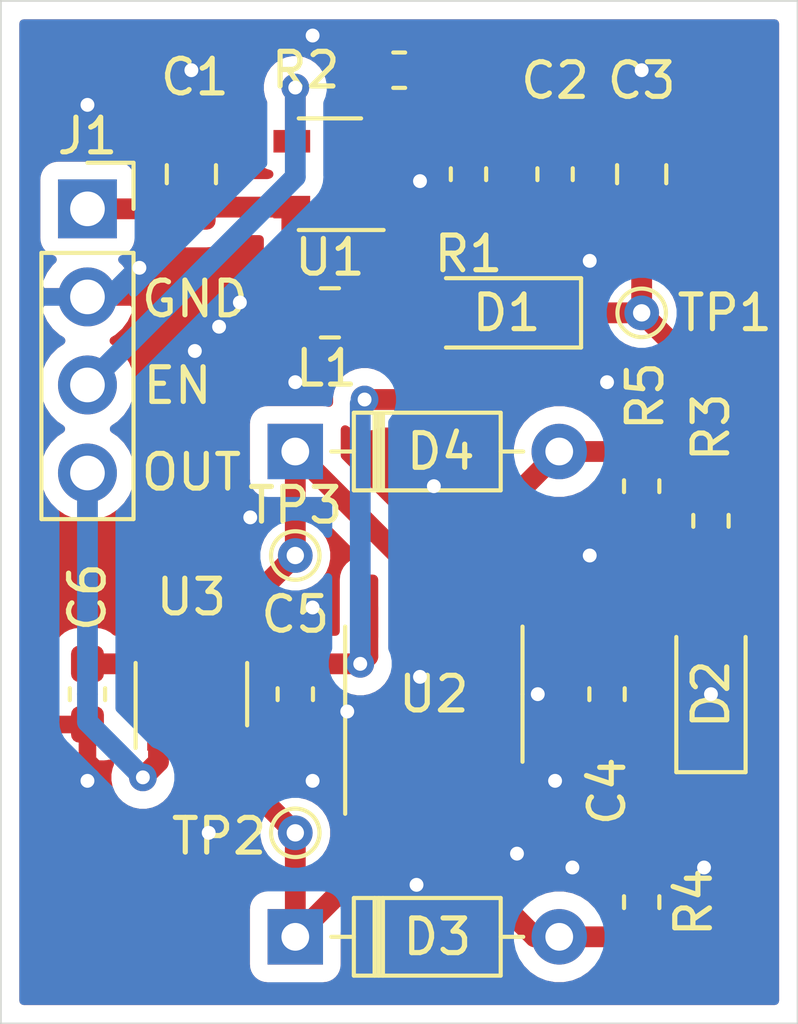
<source format=kicad_pcb>
(kicad_pcb (version 20171130) (host pcbnew 5.1.6-c6e7f7d~87~ubuntu18.04.1)

  (general
    (thickness 1.6)
    (drawings 7)
    (tracks 110)
    (zones 0)
    (modules 23)
    (nets 13)
  )

  (page A4)
  (layers
    (0 F.Cu signal)
    (31 B.Cu signal)
    (32 B.Adhes user)
    (33 F.Adhes user)
    (34 B.Paste user)
    (35 F.Paste user)
    (36 B.SilkS user hide)
    (37 F.SilkS user)
    (38 B.Mask user)
    (39 F.Mask user)
    (40 Dwgs.User user)
    (41 Cmts.User user)
    (42 Eco1.User user)
    (43 Eco2.User user)
    (44 Edge.Cuts user)
    (45 Margin user)
    (46 B.CrtYd user hide)
    (47 F.CrtYd user hide)
    (48 B.Fab user hide)
    (49 F.Fab user hide)
  )

  (setup
    (last_trace_width 0.6)
    (user_trace_width 0.2)
    (user_trace_width 0.4)
    (user_trace_width 0.6)
    (user_trace_width 0.8)
    (user_trace_width 1)
    (trace_clearance 0.2)
    (zone_clearance 0.508)
    (zone_45_only no)
    (trace_min 0.2)
    (via_size 0.8)
    (via_drill 0.4)
    (via_min_size 0.4)
    (via_min_drill 0.3)
    (uvia_size 0.3)
    (uvia_drill 0.1)
    (uvias_allowed no)
    (uvia_min_size 0.2)
    (uvia_min_drill 0.1)
    (edge_width 0.05)
    (segment_width 0.2)
    (pcb_text_width 0.3)
    (pcb_text_size 1.5 1.5)
    (mod_edge_width 0.12)
    (mod_text_size 1 1)
    (mod_text_width 0.15)
    (pad_size 1 1)
    (pad_drill 0.5)
    (pad_to_mask_clearance 0.05)
    (aux_axis_origin 0 0)
    (visible_elements FFFFFF7F)
    (pcbplotparams
      (layerselection 0x010fc_ffffffff)
      (usegerberextensions true)
      (usegerberattributes false)
      (usegerberadvancedattributes false)
      (creategerberjobfile true)
      (excludeedgelayer true)
      (linewidth 0.100000)
      (plotframeref false)
      (viasonmask false)
      (mode 1)
      (useauxorigin false)
      (hpglpennumber 1)
      (hpglpenspeed 20)
      (hpglpendiameter 15.000000)
      (psnegative false)
      (psa4output false)
      (plotreference true)
      (plotvalue true)
      (plotinvisibletext false)
      (padsonsilk false)
      (subtractmaskfromsilk false)
      (outputformat 1)
      (mirror false)
      (drillshape 0)
      (scaleselection 1)
      (outputdirectory "gerbs/"))
  )

  (net 0 "")
  (net 1 GND)
  (net 2 +3V3)
  (net 3 "Net-(C2-Pad2)")
  (net 4 VCC)
  (net 5 "Net-(C4-Pad1)")
  (net 6 "Net-(D1-Pad2)")
  (net 7 "Net-(D3-Pad1)")
  (net 8 "Net-(D3-Pad2)")
  (net 9 "Net-(D4-Pad2)")
  (net 10 "Net-(D4-Pad1)")
  (net 11 ENABLE)
  (net 12 ENTROPY)

  (net_class Default "This is the default net class."
    (clearance 0.2)
    (trace_width 0.25)
    (via_dia 0.8)
    (via_drill 0.4)
    (uvia_dia 0.3)
    (uvia_drill 0.1)
    (add_net +3V3)
    (add_net ENABLE)
    (add_net ENTROPY)
    (add_net GND)
    (add_net "Net-(C2-Pad2)")
    (add_net "Net-(C4-Pad1)")
    (add_net "Net-(D1-Pad2)")
    (add_net "Net-(D3-Pad1)")
    (add_net "Net-(D3-Pad2)")
    (add_net "Net-(D4-Pad1)")
    (add_net "Net-(D4-Pad2)")
    (add_net VCC)
  )

  (module Capacitor_SMD:C_0805_2012Metric_Pad1.15x1.40mm_HandSolder (layer F.Cu) (tedit 5B36C52B) (tstamp 5FF2A368)
    (at 164 118 90)
    (descr "Capacitor SMD 0805 (2012 Metric), square (rectangular) end terminal, IPC_7351 nominal with elongated pad for handsoldering. (Body size source: https://docs.google.com/spreadsheets/d/1BsfQQcO9C6DZCsRaXUlFlo91Tg2WpOkGARC1WS5S8t0/edit?usp=sharing), generated with kicad-footprint-generator")
    (tags "capacitor handsolder")
    (path /5FF2F883)
    (attr smd)
    (fp_text reference C1 (at 2.8 0.1 180) (layer F.SilkS)
      (effects (font (size 1 1) (thickness 0.15)))
    )
    (fp_text value 10uF (at 0 1.65 90) (layer F.Fab) hide
      (effects (font (size 1 1) (thickness 0.15)))
    )
    (fp_text user %R (at 0 0 90) (layer F.Fab)
      (effects (font (size 0.5 0.5) (thickness 0.08)))
    )
    (fp_line (start -1 0.6) (end -1 -0.6) (layer F.Fab) (width 0.1))
    (fp_line (start -1 -0.6) (end 1 -0.6) (layer F.Fab) (width 0.1))
    (fp_line (start 1 -0.6) (end 1 0.6) (layer F.Fab) (width 0.1))
    (fp_line (start 1 0.6) (end -1 0.6) (layer F.Fab) (width 0.1))
    (fp_line (start -0.261252 -0.71) (end 0.261252 -0.71) (layer F.SilkS) (width 0.12))
    (fp_line (start -0.261252 0.71) (end 0.261252 0.71) (layer F.SilkS) (width 0.12))
    (fp_line (start -1.85 0.95) (end -1.85 -0.95) (layer F.CrtYd) (width 0.05))
    (fp_line (start -1.85 -0.95) (end 1.85 -0.95) (layer F.CrtYd) (width 0.05))
    (fp_line (start 1.85 -0.95) (end 1.85 0.95) (layer F.CrtYd) (width 0.05))
    (fp_line (start 1.85 0.95) (end -1.85 0.95) (layer F.CrtYd) (width 0.05))
    (pad 2 smd roundrect (at 1.025 0 90) (size 1.15 1.4) (layers F.Cu F.Paste F.Mask) (roundrect_rratio 0.217391)
      (net 1 GND))
    (pad 1 smd roundrect (at -1.025 0 90) (size 1.15 1.4) (layers F.Cu F.Paste F.Mask) (roundrect_rratio 0.217391)
      (net 2 +3V3))
    (model ${KISYS3DMOD}/Capacitor_SMD.3dshapes/C_0805_2012Metric.wrl
      (at (xyz 0 0 0))
      (scale (xyz 1 1 1))
      (rotate (xyz 0 0 0))
    )
  )

  (module Capacitor_SMD:C_0603_1608Metric_Pad1.05x0.95mm_HandSolder (layer F.Cu) (tedit 5B301BBE) (tstamp 5FF2A379)
    (at 174.5 118 90)
    (descr "Capacitor SMD 0603 (1608 Metric), square (rectangular) end terminal, IPC_7351 nominal with elongated pad for handsoldering. (Body size source: http://www.tortai-tech.com/upload/download/2011102023233369053.pdf), generated with kicad-footprint-generator")
    (tags "capacitor handsolder")
    (path /5FF359D1)
    (attr smd)
    (fp_text reference C2 (at 2.7 0 180) (layer F.SilkS)
      (effects (font (size 1 1) (thickness 0.15)))
    )
    (fp_text value 22pF (at 0 1.43 90) (layer F.Fab) hide
      (effects (font (size 1 1) (thickness 0.15)))
    )
    (fp_text user %R (at 0 0 90) (layer F.Fab)
      (effects (font (size 0.4 0.4) (thickness 0.06)))
    )
    (fp_line (start -0.8 0.4) (end -0.8 -0.4) (layer F.Fab) (width 0.1))
    (fp_line (start -0.8 -0.4) (end 0.8 -0.4) (layer F.Fab) (width 0.1))
    (fp_line (start 0.8 -0.4) (end 0.8 0.4) (layer F.Fab) (width 0.1))
    (fp_line (start 0.8 0.4) (end -0.8 0.4) (layer F.Fab) (width 0.1))
    (fp_line (start -0.171267 -0.51) (end 0.171267 -0.51) (layer F.SilkS) (width 0.12))
    (fp_line (start -0.171267 0.51) (end 0.171267 0.51) (layer F.SilkS) (width 0.12))
    (fp_line (start -1.65 0.73) (end -1.65 -0.73) (layer F.CrtYd) (width 0.05))
    (fp_line (start -1.65 -0.73) (end 1.65 -0.73) (layer F.CrtYd) (width 0.05))
    (fp_line (start 1.65 -0.73) (end 1.65 0.73) (layer F.CrtYd) (width 0.05))
    (fp_line (start 1.65 0.73) (end -1.65 0.73) (layer F.CrtYd) (width 0.05))
    (pad 2 smd roundrect (at 0.875 0 90) (size 1.05 0.95) (layers F.Cu F.Paste F.Mask) (roundrect_rratio 0.25)
      (net 3 "Net-(C2-Pad2)"))
    (pad 1 smd roundrect (at -0.875 0 90) (size 1.05 0.95) (layers F.Cu F.Paste F.Mask) (roundrect_rratio 0.25)
      (net 4 VCC))
    (model ${KISYS3DMOD}/Capacitor_SMD.3dshapes/C_0603_1608Metric.wrl
      (at (xyz 0 0 0))
      (scale (xyz 1 1 1))
      (rotate (xyz 0 0 0))
    )
  )

  (module Capacitor_SMD:C_0805_2012Metric_Pad1.15x1.40mm_HandSolder (layer F.Cu) (tedit 5B36C52B) (tstamp 5FF2D570)
    (at 177 118 90)
    (descr "Capacitor SMD 0805 (2012 Metric), square (rectangular) end terminal, IPC_7351 nominal with elongated pad for handsoldering. (Body size source: https://docs.google.com/spreadsheets/d/1BsfQQcO9C6DZCsRaXUlFlo91Tg2WpOkGARC1WS5S8t0/edit?usp=sharing), generated with kicad-footprint-generator")
    (tags "capacitor handsolder")
    (path /5FF36F59)
    (attr smd)
    (fp_text reference C3 (at 2.7 0 180) (layer F.SilkS)
      (effects (font (size 1 1) (thickness 0.15)))
    )
    (fp_text value 10uF (at 0 1.65 90) (layer F.Fab) hide
      (effects (font (size 1 1) (thickness 0.15)))
    )
    (fp_line (start 1.85 0.95) (end -1.85 0.95) (layer F.CrtYd) (width 0.05))
    (fp_line (start 1.85 -0.95) (end 1.85 0.95) (layer F.CrtYd) (width 0.05))
    (fp_line (start -1.85 -0.95) (end 1.85 -0.95) (layer F.CrtYd) (width 0.05))
    (fp_line (start -1.85 0.95) (end -1.85 -0.95) (layer F.CrtYd) (width 0.05))
    (fp_line (start -0.261252 0.71) (end 0.261252 0.71) (layer F.SilkS) (width 0.12))
    (fp_line (start -0.261252 -0.71) (end 0.261252 -0.71) (layer F.SilkS) (width 0.12))
    (fp_line (start 1 0.6) (end -1 0.6) (layer F.Fab) (width 0.1))
    (fp_line (start 1 -0.6) (end 1 0.6) (layer F.Fab) (width 0.1))
    (fp_line (start -1 -0.6) (end 1 -0.6) (layer F.Fab) (width 0.1))
    (fp_line (start -1 0.6) (end -1 -0.6) (layer F.Fab) (width 0.1))
    (fp_text user %R (at 0 0 90) (layer F.Fab)
      (effects (font (size 0.5 0.5) (thickness 0.08)))
    )
    (pad 1 smd roundrect (at -1.025 0 90) (size 1.15 1.4) (layers F.Cu F.Paste F.Mask) (roundrect_rratio 0.217391)
      (net 4 VCC))
    (pad 2 smd roundrect (at 1.025 0 90) (size 1.15 1.4) (layers F.Cu F.Paste F.Mask) (roundrect_rratio 0.217391)
      (net 1 GND))
    (model ${KISYS3DMOD}/Capacitor_SMD.3dshapes/C_0805_2012Metric.wrl
      (at (xyz 0 0 0))
      (scale (xyz 1 1 1))
      (rotate (xyz 0 0 0))
    )
  )

  (module Capacitor_SMD:C_0603_1608Metric_Pad1.05x0.95mm_HandSolder (layer F.Cu) (tedit 5B301BBE) (tstamp 5FF2C263)
    (at 176 133 270)
    (descr "Capacitor SMD 0603 (1608 Metric), square (rectangular) end terminal, IPC_7351 nominal with elongated pad for handsoldering. (Body size source: http://www.tortai-tech.com/upload/download/2011102023233369053.pdf), generated with kicad-footprint-generator")
    (tags "capacitor handsolder")
    (path /5FF3CEFA)
    (attr smd)
    (fp_text reference C4 (at 2.8 0 90) (layer F.SilkS)
      (effects (font (size 1 1) (thickness 0.15)))
    )
    (fp_text value 0.47uF (at 0 1.43 90) (layer F.Fab) hide
      (effects (font (size 1 1) (thickness 0.15)))
    )
    (fp_line (start 1.65 0.73) (end -1.65 0.73) (layer F.CrtYd) (width 0.05))
    (fp_line (start 1.65 -0.73) (end 1.65 0.73) (layer F.CrtYd) (width 0.05))
    (fp_line (start -1.65 -0.73) (end 1.65 -0.73) (layer F.CrtYd) (width 0.05))
    (fp_line (start -1.65 0.73) (end -1.65 -0.73) (layer F.CrtYd) (width 0.05))
    (fp_line (start -0.171267 0.51) (end 0.171267 0.51) (layer F.SilkS) (width 0.12))
    (fp_line (start -0.171267 -0.51) (end 0.171267 -0.51) (layer F.SilkS) (width 0.12))
    (fp_line (start 0.8 0.4) (end -0.8 0.4) (layer F.Fab) (width 0.1))
    (fp_line (start 0.8 -0.4) (end 0.8 0.4) (layer F.Fab) (width 0.1))
    (fp_line (start -0.8 -0.4) (end 0.8 -0.4) (layer F.Fab) (width 0.1))
    (fp_line (start -0.8 0.4) (end -0.8 -0.4) (layer F.Fab) (width 0.1))
    (fp_text user %R (at 0 0 90) (layer F.Fab)
      (effects (font (size 0.4 0.4) (thickness 0.06)))
    )
    (pad 1 smd roundrect (at -0.875 0 270) (size 1.05 0.95) (layers F.Cu F.Paste F.Mask) (roundrect_rratio 0.25)
      (net 5 "Net-(C4-Pad1)"))
    (pad 2 smd roundrect (at 0.875 0 270) (size 1.05 0.95) (layers F.Cu F.Paste F.Mask) (roundrect_rratio 0.25)
      (net 1 GND))
    (model ${KISYS3DMOD}/Capacitor_SMD.3dshapes/C_0603_1608Metric.wrl
      (at (xyz 0 0 0))
      (scale (xyz 1 1 1))
      (rotate (xyz 0 0 0))
    )
  )

  (module Capacitor_SMD:C_0603_1608Metric_Pad1.05x0.95mm_HandSolder (layer F.Cu) (tedit 5B301BBE) (tstamp 5FF2C0CE)
    (at 167 133 270)
    (descr "Capacitor SMD 0603 (1608 Metric), square (rectangular) end terminal, IPC_7351 nominal with elongated pad for handsoldering. (Body size source: http://www.tortai-tech.com/upload/download/2011102023233369053.pdf), generated with kicad-footprint-generator")
    (tags "capacitor handsolder")
    (path /5FFC1780)
    (attr smd)
    (fp_text reference C5 (at -2.3 0 180) (layer F.SilkS)
      (effects (font (size 1 1) (thickness 0.15)))
    )
    (fp_text value 0.1uF (at 0 1.43 90) (layer F.Fab) hide
      (effects (font (size 1 1) (thickness 0.15)))
    )
    (fp_line (start 1.65 0.73) (end -1.65 0.73) (layer F.CrtYd) (width 0.05))
    (fp_line (start 1.65 -0.73) (end 1.65 0.73) (layer F.CrtYd) (width 0.05))
    (fp_line (start -1.65 -0.73) (end 1.65 -0.73) (layer F.CrtYd) (width 0.05))
    (fp_line (start -1.65 0.73) (end -1.65 -0.73) (layer F.CrtYd) (width 0.05))
    (fp_line (start -0.171267 0.51) (end 0.171267 0.51) (layer F.SilkS) (width 0.12))
    (fp_line (start -0.171267 -0.51) (end 0.171267 -0.51) (layer F.SilkS) (width 0.12))
    (fp_line (start 0.8 0.4) (end -0.8 0.4) (layer F.Fab) (width 0.1))
    (fp_line (start 0.8 -0.4) (end 0.8 0.4) (layer F.Fab) (width 0.1))
    (fp_line (start -0.8 -0.4) (end 0.8 -0.4) (layer F.Fab) (width 0.1))
    (fp_line (start -0.8 0.4) (end -0.8 -0.4) (layer F.Fab) (width 0.1))
    (fp_text user %R (at 0 0 90) (layer F.Fab)
      (effects (font (size 0.4 0.4) (thickness 0.06)))
    )
    (pad 1 smd roundrect (at -0.875 0 270) (size 1.05 0.95) (layers F.Cu F.Paste F.Mask) (roundrect_rratio 0.25)
      (net 4 VCC))
    (pad 2 smd roundrect (at 0.875 0 270) (size 1.05 0.95) (layers F.Cu F.Paste F.Mask) (roundrect_rratio 0.25)
      (net 1 GND))
    (model ${KISYS3DMOD}/Capacitor_SMD.3dshapes/C_0603_1608Metric.wrl
      (at (xyz 0 0 0))
      (scale (xyz 1 1 1))
      (rotate (xyz 0 0 0))
    )
  )

  (module Capacitor_SMD:C_0603_1608Metric_Pad1.05x0.95mm_HandSolder (layer F.Cu) (tedit 5B301BBE) (tstamp 5FF2D800)
    (at 161 133 270)
    (descr "Capacitor SMD 0603 (1608 Metric), square (rectangular) end terminal, IPC_7351 nominal with elongated pad for handsoldering. (Body size source: http://www.tortai-tech.com/upload/download/2011102023233369053.pdf), generated with kicad-footprint-generator")
    (tags "capacitor handsolder")
    (path /5FFE45E2)
    (attr smd)
    (fp_text reference C6 (at -2.8 0 90) (layer F.SilkS)
      (effects (font (size 1 1) (thickness 0.15)))
    )
    (fp_text value 0.1uF (at 0 1.43 90) (layer F.Fab) hide
      (effects (font (size 1 1) (thickness 0.15)))
    )
    (fp_text user %R (at 0 0 90) (layer F.Fab)
      (effects (font (size 0.4 0.4) (thickness 0.06)))
    )
    (fp_line (start -0.8 0.4) (end -0.8 -0.4) (layer F.Fab) (width 0.1))
    (fp_line (start -0.8 -0.4) (end 0.8 -0.4) (layer F.Fab) (width 0.1))
    (fp_line (start 0.8 -0.4) (end 0.8 0.4) (layer F.Fab) (width 0.1))
    (fp_line (start 0.8 0.4) (end -0.8 0.4) (layer F.Fab) (width 0.1))
    (fp_line (start -0.171267 -0.51) (end 0.171267 -0.51) (layer F.SilkS) (width 0.12))
    (fp_line (start -0.171267 0.51) (end 0.171267 0.51) (layer F.SilkS) (width 0.12))
    (fp_line (start -1.65 0.73) (end -1.65 -0.73) (layer F.CrtYd) (width 0.05))
    (fp_line (start -1.65 -0.73) (end 1.65 -0.73) (layer F.CrtYd) (width 0.05))
    (fp_line (start 1.65 -0.73) (end 1.65 0.73) (layer F.CrtYd) (width 0.05))
    (fp_line (start 1.65 0.73) (end -1.65 0.73) (layer F.CrtYd) (width 0.05))
    (pad 2 smd roundrect (at 0.875 0 270) (size 1.05 0.95) (layers F.Cu F.Paste F.Mask) (roundrect_rratio 0.25)
      (net 1 GND))
    (pad 1 smd roundrect (at -0.875 0 270) (size 1.05 0.95) (layers F.Cu F.Paste F.Mask) (roundrect_rratio 0.25)
      (net 2 +3V3))
    (model ${KISYS3DMOD}/Capacitor_SMD.3dshapes/C_0603_1608Metric.wrl
      (at (xyz 0 0 0))
      (scale (xyz 1 1 1))
      (rotate (xyz 0 0 0))
    )
  )

  (module Diode_SMD:D_SOD-123 (layer F.Cu) (tedit 58645DC7) (tstamp 5FF2AC53)
    (at 173 122 180)
    (descr SOD-123)
    (tags SOD-123)
    (path /5FF29E57)
    (attr smd)
    (fp_text reference D1 (at -0.1 0) (layer F.SilkS)
      (effects (font (size 1 1) (thickness 0.15)))
    )
    (fp_text value D_Schottky (at 0 2.1) (layer F.Fab) hide
      (effects (font (size 1 1) (thickness 0.15)))
    )
    (fp_text user %R (at 0 -2) (layer F.Fab)
      (effects (font (size 1 1) (thickness 0.15)))
    )
    (fp_line (start -2.25 -1) (end -2.25 1) (layer F.SilkS) (width 0.12))
    (fp_line (start 0.25 0) (end 0.75 0) (layer F.Fab) (width 0.1))
    (fp_line (start 0.25 0.4) (end -0.35 0) (layer F.Fab) (width 0.1))
    (fp_line (start 0.25 -0.4) (end 0.25 0.4) (layer F.Fab) (width 0.1))
    (fp_line (start -0.35 0) (end 0.25 -0.4) (layer F.Fab) (width 0.1))
    (fp_line (start -0.35 0) (end -0.35 0.55) (layer F.Fab) (width 0.1))
    (fp_line (start -0.35 0) (end -0.35 -0.55) (layer F.Fab) (width 0.1))
    (fp_line (start -0.75 0) (end -0.35 0) (layer F.Fab) (width 0.1))
    (fp_line (start -1.4 0.9) (end -1.4 -0.9) (layer F.Fab) (width 0.1))
    (fp_line (start 1.4 0.9) (end -1.4 0.9) (layer F.Fab) (width 0.1))
    (fp_line (start 1.4 -0.9) (end 1.4 0.9) (layer F.Fab) (width 0.1))
    (fp_line (start -1.4 -0.9) (end 1.4 -0.9) (layer F.Fab) (width 0.1))
    (fp_line (start -2.35 -1.15) (end 2.35 -1.15) (layer F.CrtYd) (width 0.05))
    (fp_line (start 2.35 -1.15) (end 2.35 1.15) (layer F.CrtYd) (width 0.05))
    (fp_line (start 2.35 1.15) (end -2.35 1.15) (layer F.CrtYd) (width 0.05))
    (fp_line (start -2.35 -1.15) (end -2.35 1.15) (layer F.CrtYd) (width 0.05))
    (fp_line (start -2.25 1) (end 1.65 1) (layer F.SilkS) (width 0.12))
    (fp_line (start -2.25 -1) (end 1.65 -1) (layer F.SilkS) (width 0.12))
    (pad 2 smd rect (at 1.65 0 180) (size 0.9 1.2) (layers F.Cu F.Paste F.Mask)
      (net 6 "Net-(D1-Pad2)"))
    (pad 1 smd rect (at -1.65 0 180) (size 0.9 1.2) (layers F.Cu F.Paste F.Mask)
      (net 4 VCC))
    (model ${KISYS3DMOD}/Diode_SMD.3dshapes/D_SOD-123.wrl
      (at (xyz 0 0 0))
      (scale (xyz 1 1 1))
      (rotate (xyz 0 0 0))
    )
  )

  (module Diode_SMD:D_SOD-123 (layer F.Cu) (tedit 58645DC7) (tstamp 5FF2C1A8)
    (at 179 133 90)
    (descr SOD-123)
    (tags SOD-123)
    (path /5FF3C6E7)
    (attr smd)
    (fp_text reference D2 (at 0 0 90) (layer F.SilkS)
      (effects (font (size 1 1) (thickness 0.15)))
    )
    (fp_text value D_Schottky (at 0 2.1 90) (layer F.Fab) hide
      (effects (font (size 1 1) (thickness 0.15)))
    )
    (fp_line (start -2.25 -1) (end 1.65 -1) (layer F.SilkS) (width 0.12))
    (fp_line (start -2.25 1) (end 1.65 1) (layer F.SilkS) (width 0.12))
    (fp_line (start -2.35 -1.15) (end -2.35 1.15) (layer F.CrtYd) (width 0.05))
    (fp_line (start 2.35 1.15) (end -2.35 1.15) (layer F.CrtYd) (width 0.05))
    (fp_line (start 2.35 -1.15) (end 2.35 1.15) (layer F.CrtYd) (width 0.05))
    (fp_line (start -2.35 -1.15) (end 2.35 -1.15) (layer F.CrtYd) (width 0.05))
    (fp_line (start -1.4 -0.9) (end 1.4 -0.9) (layer F.Fab) (width 0.1))
    (fp_line (start 1.4 -0.9) (end 1.4 0.9) (layer F.Fab) (width 0.1))
    (fp_line (start 1.4 0.9) (end -1.4 0.9) (layer F.Fab) (width 0.1))
    (fp_line (start -1.4 0.9) (end -1.4 -0.9) (layer F.Fab) (width 0.1))
    (fp_line (start -0.75 0) (end -0.35 0) (layer F.Fab) (width 0.1))
    (fp_line (start -0.35 0) (end -0.35 -0.55) (layer F.Fab) (width 0.1))
    (fp_line (start -0.35 0) (end -0.35 0.55) (layer F.Fab) (width 0.1))
    (fp_line (start -0.35 0) (end 0.25 -0.4) (layer F.Fab) (width 0.1))
    (fp_line (start 0.25 -0.4) (end 0.25 0.4) (layer F.Fab) (width 0.1))
    (fp_line (start 0.25 0.4) (end -0.35 0) (layer F.Fab) (width 0.1))
    (fp_line (start 0.25 0) (end 0.75 0) (layer F.Fab) (width 0.1))
    (fp_line (start -2.25 -1) (end -2.25 1) (layer F.SilkS) (width 0.12))
    (fp_text user %R (at 0 -2 90) (layer F.Fab)
      (effects (font (size 1 1) (thickness 0.15)))
    )
    (pad 1 smd rect (at -1.65 0 90) (size 0.9 1.2) (layers F.Cu F.Paste F.Mask)
      (net 1 GND))
    (pad 2 smd rect (at 1.65 0 90) (size 0.9 1.2) (layers F.Cu F.Paste F.Mask)
      (net 5 "Net-(C4-Pad1)"))
    (model ${KISYS3DMOD}/Diode_SMD.3dshapes/D_SOD-123.wrl
      (at (xyz 0 0 0))
      (scale (xyz 1 1 1))
      (rotate (xyz 0 0 0))
    )
  )

  (module Diode_THT:D_DO-35_SOD27_P7.62mm_Horizontal (layer F.Cu) (tedit 5AE50CD5) (tstamp 5FF2C121)
    (at 167 140)
    (descr "Diode, DO-35_SOD27 series, Axial, Horizontal, pin pitch=7.62mm, , length*diameter=4*2mm^2, , http://www.diodes.com/_files/packages/DO-35.pdf")
    (tags "Diode DO-35_SOD27 series Axial Horizontal pin pitch 7.62mm  length 4mm diameter 2mm")
    (path /5FF4856F)
    (fp_text reference D3 (at 4.1 0) (layer F.SilkS)
      (effects (font (size 1 1) (thickness 0.15)))
    )
    (fp_text value D_Zener (at 3.81 2.12) (layer F.Fab) hide
      (effects (font (size 1 1) (thickness 0.15)))
    )
    (fp_line (start 8.67 -1.25) (end -1.05 -1.25) (layer F.CrtYd) (width 0.05))
    (fp_line (start 8.67 1.25) (end 8.67 -1.25) (layer F.CrtYd) (width 0.05))
    (fp_line (start -1.05 1.25) (end 8.67 1.25) (layer F.CrtYd) (width 0.05))
    (fp_line (start -1.05 -1.25) (end -1.05 1.25) (layer F.CrtYd) (width 0.05))
    (fp_line (start 2.29 -1.12) (end 2.29 1.12) (layer F.SilkS) (width 0.12))
    (fp_line (start 2.53 -1.12) (end 2.53 1.12) (layer F.SilkS) (width 0.12))
    (fp_line (start 2.41 -1.12) (end 2.41 1.12) (layer F.SilkS) (width 0.12))
    (fp_line (start 6.58 0) (end 5.93 0) (layer F.SilkS) (width 0.12))
    (fp_line (start 1.04 0) (end 1.69 0) (layer F.SilkS) (width 0.12))
    (fp_line (start 5.93 -1.12) (end 1.69 -1.12) (layer F.SilkS) (width 0.12))
    (fp_line (start 5.93 1.12) (end 5.93 -1.12) (layer F.SilkS) (width 0.12))
    (fp_line (start 1.69 1.12) (end 5.93 1.12) (layer F.SilkS) (width 0.12))
    (fp_line (start 1.69 -1.12) (end 1.69 1.12) (layer F.SilkS) (width 0.12))
    (fp_line (start 2.31 -1) (end 2.31 1) (layer F.Fab) (width 0.1))
    (fp_line (start 2.51 -1) (end 2.51 1) (layer F.Fab) (width 0.1))
    (fp_line (start 2.41 -1) (end 2.41 1) (layer F.Fab) (width 0.1))
    (fp_line (start 7.62 0) (end 5.81 0) (layer F.Fab) (width 0.1))
    (fp_line (start 0 0) (end 1.81 0) (layer F.Fab) (width 0.1))
    (fp_line (start 5.81 -1) (end 1.81 -1) (layer F.Fab) (width 0.1))
    (fp_line (start 5.81 1) (end 5.81 -1) (layer F.Fab) (width 0.1))
    (fp_line (start 1.81 1) (end 5.81 1) (layer F.Fab) (width 0.1))
    (fp_line (start 1.81 -1) (end 1.81 1) (layer F.Fab) (width 0.1))
    (fp_text user %R (at 4.11 0) (layer F.Fab)
      (effects (font (size 0.8 0.8) (thickness 0.12)))
    )
    (fp_text user K (at 0 -1.8) (layer F.Fab) hide
      (effects (font (size 1 1) (thickness 0.15)))
    )
    (fp_text user K (at 0 -1.8) (layer F.SilkS) hide
      (effects (font (size 1 1) (thickness 0.15)))
    )
    (pad 1 thru_hole rect (at 0 0) (size 1.6 1.6) (drill 0.8) (layers *.Cu *.Mask)
      (net 7 "Net-(D3-Pad1)"))
    (pad 2 thru_hole oval (at 7.62 0) (size 1.6 1.6) (drill 0.8) (layers *.Cu *.Mask)
      (net 8 "Net-(D3-Pad2)"))
    (model ${KISYS3DMOD}/Diode_THT.3dshapes/D_DO-35_SOD27_P7.62mm_Horizontal.wrl
      (at (xyz 0 0 0))
      (scale (xyz 1 1 1))
      (rotate (xyz 0 0 0))
    )
  )

  (module Diode_THT:D_DO-35_SOD27_P7.62mm_Horizontal (layer F.Cu) (tedit 5AE50CD5) (tstamp 5FF2C605)
    (at 167 126)
    (descr "Diode, DO-35_SOD27 series, Axial, Horizontal, pin pitch=7.62mm, , length*diameter=4*2mm^2, , http://www.diodes.com/_files/packages/DO-35.pdf")
    (tags "Diode DO-35_SOD27 series Axial Horizontal pin pitch 7.62mm  length 4mm diameter 2mm")
    (path /5FF493F2)
    (fp_text reference D4 (at 4.2 0) (layer F.SilkS)
      (effects (font (size 1 1) (thickness 0.15)))
    )
    (fp_text value D_Zener (at 3.81 2.12) (layer F.Fab) hide
      (effects (font (size 1 1) (thickness 0.15)))
    )
    (fp_text user K (at 0 -1.8) (layer F.SilkS) hide
      (effects (font (size 1 1) (thickness 0.15)))
    )
    (fp_text user K (at 0 -1.8) (layer F.Fab) hide
      (effects (font (size 1 1) (thickness 0.15)))
    )
    (fp_text user %R (at 4.11 0) (layer F.Fab)
      (effects (font (size 0.8 0.8) (thickness 0.12)))
    )
    (fp_line (start 1.81 -1) (end 1.81 1) (layer F.Fab) (width 0.1))
    (fp_line (start 1.81 1) (end 5.81 1) (layer F.Fab) (width 0.1))
    (fp_line (start 5.81 1) (end 5.81 -1) (layer F.Fab) (width 0.1))
    (fp_line (start 5.81 -1) (end 1.81 -1) (layer F.Fab) (width 0.1))
    (fp_line (start 0 0) (end 1.81 0) (layer F.Fab) (width 0.1))
    (fp_line (start 7.62 0) (end 5.81 0) (layer F.Fab) (width 0.1))
    (fp_line (start 2.41 -1) (end 2.41 1) (layer F.Fab) (width 0.1))
    (fp_line (start 2.51 -1) (end 2.51 1) (layer F.Fab) (width 0.1))
    (fp_line (start 2.31 -1) (end 2.31 1) (layer F.Fab) (width 0.1))
    (fp_line (start 1.69 -1.12) (end 1.69 1.12) (layer F.SilkS) (width 0.12))
    (fp_line (start 1.69 1.12) (end 5.93 1.12) (layer F.SilkS) (width 0.12))
    (fp_line (start 5.93 1.12) (end 5.93 -1.12) (layer F.SilkS) (width 0.12))
    (fp_line (start 5.93 -1.12) (end 1.69 -1.12) (layer F.SilkS) (width 0.12))
    (fp_line (start 1.04 0) (end 1.69 0) (layer F.SilkS) (width 0.12))
    (fp_line (start 6.58 0) (end 5.93 0) (layer F.SilkS) (width 0.12))
    (fp_line (start 2.41 -1.12) (end 2.41 1.12) (layer F.SilkS) (width 0.12))
    (fp_line (start 2.53 -1.12) (end 2.53 1.12) (layer F.SilkS) (width 0.12))
    (fp_line (start 2.29 -1.12) (end 2.29 1.12) (layer F.SilkS) (width 0.12))
    (fp_line (start -1.05 -1.25) (end -1.05 1.25) (layer F.CrtYd) (width 0.05))
    (fp_line (start -1.05 1.25) (end 8.67 1.25) (layer F.CrtYd) (width 0.05))
    (fp_line (start 8.67 1.25) (end 8.67 -1.25) (layer F.CrtYd) (width 0.05))
    (fp_line (start 8.67 -1.25) (end -1.05 -1.25) (layer F.CrtYd) (width 0.05))
    (pad 2 thru_hole oval (at 7.62 0) (size 1.6 1.6) (drill 0.8) (layers *.Cu *.Mask)
      (net 9 "Net-(D4-Pad2)"))
    (pad 1 thru_hole rect (at 0 0) (size 1.6 1.6) (drill 0.8) (layers *.Cu *.Mask)
      (net 10 "Net-(D4-Pad1)"))
    (model ${KISYS3DMOD}/Diode_THT.3dshapes/D_DO-35_SOD27_P7.62mm_Horizontal.wrl
      (at (xyz 0 0 0))
      (scale (xyz 1 1 1))
      (rotate (xyz 0 0 0))
    )
  )

  (module Connector_PinSocket_2.54mm:PinSocket_1x04_P2.54mm_Vertical (layer F.Cu) (tedit 5A19A429) (tstamp 5FF2AEF8)
    (at 161 119)
    (descr "Through hole straight socket strip, 1x04, 2.54mm pitch, single row (from Kicad 4.0.7), script generated")
    (tags "Through hole socket strip THT 1x04 2.54mm single row")
    (path /5FF24115)
    (fp_text reference J1 (at 0 -2.1) (layer F.SilkS)
      (effects (font (size 1 1) (thickness 0.15)))
    )
    (fp_text value Conn_01x04_Male (at 0 10.39) (layer F.Fab) hide
      (effects (font (size 1 1) (thickness 0.15)))
    )
    (fp_line (start -1.8 9.4) (end -1.8 -1.8) (layer F.CrtYd) (width 0.05))
    (fp_line (start 1.75 9.4) (end -1.8 9.4) (layer F.CrtYd) (width 0.05))
    (fp_line (start 1.75 -1.8) (end 1.75 9.4) (layer F.CrtYd) (width 0.05))
    (fp_line (start -1.8 -1.8) (end 1.75 -1.8) (layer F.CrtYd) (width 0.05))
    (fp_line (start 0 -1.33) (end 1.33 -1.33) (layer F.SilkS) (width 0.12))
    (fp_line (start 1.33 -1.33) (end 1.33 0) (layer F.SilkS) (width 0.12))
    (fp_line (start 1.33 1.27) (end 1.33 8.95) (layer F.SilkS) (width 0.12))
    (fp_line (start -1.33 8.95) (end 1.33 8.95) (layer F.SilkS) (width 0.12))
    (fp_line (start -1.33 1.27) (end -1.33 8.95) (layer F.SilkS) (width 0.12))
    (fp_line (start -1.33 1.27) (end 1.33 1.27) (layer F.SilkS) (width 0.12))
    (fp_line (start -1.27 8.89) (end -1.27 -1.27) (layer F.Fab) (width 0.1))
    (fp_line (start 1.27 8.89) (end -1.27 8.89) (layer F.Fab) (width 0.1))
    (fp_line (start 1.27 -0.635) (end 1.27 8.89) (layer F.Fab) (width 0.1))
    (fp_line (start 0.635 -1.27) (end 1.27 -0.635) (layer F.Fab) (width 0.1))
    (fp_line (start -1.27 -1.27) (end 0.635 -1.27) (layer F.Fab) (width 0.1))
    (fp_text user %R (at 0 3.81 90) (layer F.Fab)
      (effects (font (size 1 1) (thickness 0.15)))
    )
    (pad 1 thru_hole rect (at 0 0) (size 1.7 1.7) (drill 1) (layers *.Cu *.Mask)
      (net 2 +3V3))
    (pad 2 thru_hole oval (at 0 2.54) (size 1.7 1.7) (drill 1) (layers *.Cu *.Mask)
      (net 1 GND))
    (pad 3 thru_hole oval (at 0 5.08) (size 1.7 1.7) (drill 1) (layers *.Cu *.Mask)
      (net 11 ENABLE))
    (pad 4 thru_hole oval (at 0 7.62) (size 1.7 1.7) (drill 1) (layers *.Cu *.Mask)
      (net 12 ENTROPY))
    (model ${KISYS3DMOD}/Connector_PinSocket_2.54mm.3dshapes/PinSocket_1x04_P2.54mm_Vertical.wrl
      (at (xyz 0 0 0))
      (scale (xyz 1 1 1))
      (rotate (xyz 0 0 0))
    )
  )

  (module Inductor_SMD:L_0805_2012Metric_Pad1.15x1.40mm_HandSolder (layer F.Cu) (tedit 5B36C52B) (tstamp 5FF2A456)
    (at 168 122)
    (descr "Capacitor SMD 0805 (2012 Metric), square (rectangular) end terminal, IPC_7351 nominal with elongated pad for handsoldering. (Body size source: https://docs.google.com/spreadsheets/d/1BsfQQcO9C6DZCsRaXUlFlo91Tg2WpOkGARC1WS5S8t0/edit?usp=sharing), generated with kicad-footprint-generator")
    (tags "inductor handsolder")
    (path /5FF28155)
    (attr smd)
    (fp_text reference L1 (at -0.1 1.6) (layer F.SilkS)
      (effects (font (size 1 1) (thickness 0.15)))
    )
    (fp_text value 10uH (at 0 1.65) (layer F.Fab) hide
      (effects (font (size 1 1) (thickness 0.15)))
    )
    (fp_line (start 1.85 0.95) (end -1.85 0.95) (layer F.CrtYd) (width 0.05))
    (fp_line (start 1.85 -0.95) (end 1.85 0.95) (layer F.CrtYd) (width 0.05))
    (fp_line (start -1.85 -0.95) (end 1.85 -0.95) (layer F.CrtYd) (width 0.05))
    (fp_line (start -1.85 0.95) (end -1.85 -0.95) (layer F.CrtYd) (width 0.05))
    (fp_line (start -0.261252 0.71) (end 0.261252 0.71) (layer F.SilkS) (width 0.12))
    (fp_line (start -0.261252 -0.71) (end 0.261252 -0.71) (layer F.SilkS) (width 0.12))
    (fp_line (start 1 0.6) (end -1 0.6) (layer F.Fab) (width 0.1))
    (fp_line (start 1 -0.6) (end 1 0.6) (layer F.Fab) (width 0.1))
    (fp_line (start -1 -0.6) (end 1 -0.6) (layer F.Fab) (width 0.1))
    (fp_line (start -1 0.6) (end -1 -0.6) (layer F.Fab) (width 0.1))
    (fp_text user %R (at 0 0) (layer F.Fab)
      (effects (font (size 0.5 0.5) (thickness 0.08)))
    )
    (pad 1 smd roundrect (at -1.025 0) (size 1.15 1.4) (layers F.Cu F.Paste F.Mask) (roundrect_rratio 0.217391)
      (net 2 +3V3))
    (pad 2 smd roundrect (at 1.025 0) (size 1.15 1.4) (layers F.Cu F.Paste F.Mask) (roundrect_rratio 0.217391)
      (net 6 "Net-(D1-Pad2)"))
    (model ${KISYS3DMOD}/Inductor_SMD.3dshapes/L_0805_2012Metric.wrl
      (at (xyz 0 0 0))
      (scale (xyz 1 1 1))
      (rotate (xyz 0 0 0))
    )
  )

  (module Resistor_SMD:R_0603_1608Metric_Pad1.05x0.95mm_HandSolder (layer F.Cu) (tedit 5B301BBD) (tstamp 5FF2A467)
    (at 172 118 90)
    (descr "Resistor SMD 0603 (1608 Metric), square (rectangular) end terminal, IPC_7351 nominal with elongated pad for handsoldering. (Body size source: http://www.tortai-tech.com/upload/download/2011102023233369053.pdf), generated with kicad-footprint-generator")
    (tags "resistor handsolder")
    (path /5FF2B582)
    (attr smd)
    (fp_text reference R1 (at -2.3 0 180) (layer F.SilkS)
      (effects (font (size 1 1) (thickness 0.15)))
    )
    (fp_text value 2.2M (at 0 1.43 90) (layer F.Fab) hide
      (effects (font (size 1 1) (thickness 0.15)))
    )
    (fp_line (start 1.65 0.73) (end -1.65 0.73) (layer F.CrtYd) (width 0.05))
    (fp_line (start 1.65 -0.73) (end 1.65 0.73) (layer F.CrtYd) (width 0.05))
    (fp_line (start -1.65 -0.73) (end 1.65 -0.73) (layer F.CrtYd) (width 0.05))
    (fp_line (start -1.65 0.73) (end -1.65 -0.73) (layer F.CrtYd) (width 0.05))
    (fp_line (start -0.171267 0.51) (end 0.171267 0.51) (layer F.SilkS) (width 0.12))
    (fp_line (start -0.171267 -0.51) (end 0.171267 -0.51) (layer F.SilkS) (width 0.12))
    (fp_line (start 0.8 0.4) (end -0.8 0.4) (layer F.Fab) (width 0.1))
    (fp_line (start 0.8 -0.4) (end 0.8 0.4) (layer F.Fab) (width 0.1))
    (fp_line (start -0.8 -0.4) (end 0.8 -0.4) (layer F.Fab) (width 0.1))
    (fp_line (start -0.8 0.4) (end -0.8 -0.4) (layer F.Fab) (width 0.1))
    (fp_text user %R (at 0 0 90) (layer F.Fab)
      (effects (font (size 0.4 0.4) (thickness 0.06)))
    )
    (pad 1 smd roundrect (at -0.875 0 90) (size 1.05 0.95) (layers F.Cu F.Paste F.Mask) (roundrect_rratio 0.25)
      (net 4 VCC))
    (pad 2 smd roundrect (at 0.875 0 90) (size 1.05 0.95) (layers F.Cu F.Paste F.Mask) (roundrect_rratio 0.25)
      (net 3 "Net-(C2-Pad2)"))
    (model ${KISYS3DMOD}/Resistor_SMD.3dshapes/R_0603_1608Metric.wrl
      (at (xyz 0 0 0))
      (scale (xyz 1 1 1))
      (rotate (xyz 0 0 0))
    )
  )

  (module Resistor_SMD:R_0603_1608Metric_Pad1.05x0.95mm_HandSolder (layer F.Cu) (tedit 5B301BBD) (tstamp 5FF2AD31)
    (at 170 115 180)
    (descr "Resistor SMD 0603 (1608 Metric), square (rectangular) end terminal, IPC_7351 nominal with elongated pad for handsoldering. (Body size source: http://www.tortai-tech.com/upload/download/2011102023233369053.pdf), generated with kicad-footprint-generator")
    (tags "resistor handsolder")
    (path /5FF2B909)
    (attr smd)
    (fp_text reference R2 (at 2.7 0) (layer F.SilkS)
      (effects (font (size 1 1) (thickness 0.15)))
    )
    (fp_text value 160k (at 0 1.43) (layer F.Fab) hide
      (effects (font (size 1 1) (thickness 0.15)))
    )
    (fp_text user %R (at 0 0) (layer F.Fab)
      (effects (font (size 0.4 0.4) (thickness 0.06)))
    )
    (fp_line (start -0.8 0.4) (end -0.8 -0.4) (layer F.Fab) (width 0.1))
    (fp_line (start -0.8 -0.4) (end 0.8 -0.4) (layer F.Fab) (width 0.1))
    (fp_line (start 0.8 -0.4) (end 0.8 0.4) (layer F.Fab) (width 0.1))
    (fp_line (start 0.8 0.4) (end -0.8 0.4) (layer F.Fab) (width 0.1))
    (fp_line (start -0.171267 -0.51) (end 0.171267 -0.51) (layer F.SilkS) (width 0.12))
    (fp_line (start -0.171267 0.51) (end 0.171267 0.51) (layer F.SilkS) (width 0.12))
    (fp_line (start -1.65 0.73) (end -1.65 -0.73) (layer F.CrtYd) (width 0.05))
    (fp_line (start -1.65 -0.73) (end 1.65 -0.73) (layer F.CrtYd) (width 0.05))
    (fp_line (start 1.65 -0.73) (end 1.65 0.73) (layer F.CrtYd) (width 0.05))
    (fp_line (start 1.65 0.73) (end -1.65 0.73) (layer F.CrtYd) (width 0.05))
    (pad 2 smd roundrect (at 0.875 0 180) (size 1.05 0.95) (layers F.Cu F.Paste F.Mask) (roundrect_rratio 0.25)
      (net 1 GND))
    (pad 1 smd roundrect (at -0.875 0 180) (size 1.05 0.95) (layers F.Cu F.Paste F.Mask) (roundrect_rratio 0.25)
      (net 3 "Net-(C2-Pad2)"))
    (model ${KISYS3DMOD}/Resistor_SMD.3dshapes/R_0603_1608Metric.wrl
      (at (xyz 0 0 0))
      (scale (xyz 1 1 1))
      (rotate (xyz 0 0 0))
    )
  )

  (module Resistor_SMD:R_0603_1608Metric_Pad1.05x0.95mm_HandSolder (layer F.Cu) (tedit 5B301BBD) (tstamp 5FF2C16D)
    (at 179 128 270)
    (descr "Resistor SMD 0603 (1608 Metric), square (rectangular) end terminal, IPC_7351 nominal with elongated pad for handsoldering. (Body size source: http://www.tortai-tech.com/upload/download/2011102023233369053.pdf), generated with kicad-footprint-generator")
    (tags "resistor handsolder")
    (path /5FF3C113)
    (attr smd)
    (fp_text reference R3 (at -2.7 0 90) (layer F.SilkS)
      (effects (font (size 1 1) (thickness 0.15)))
    )
    (fp_text value 10k (at 0 1.43 90) (layer F.Fab) hide
      (effects (font (size 1 1) (thickness 0.15)))
    )
    (fp_text user %R (at 0 0 90) (layer F.Fab)
      (effects (font (size 0.4 0.4) (thickness 0.06)))
    )
    (fp_line (start -0.8 0.4) (end -0.8 -0.4) (layer F.Fab) (width 0.1))
    (fp_line (start -0.8 -0.4) (end 0.8 -0.4) (layer F.Fab) (width 0.1))
    (fp_line (start 0.8 -0.4) (end 0.8 0.4) (layer F.Fab) (width 0.1))
    (fp_line (start 0.8 0.4) (end -0.8 0.4) (layer F.Fab) (width 0.1))
    (fp_line (start -0.171267 -0.51) (end 0.171267 -0.51) (layer F.SilkS) (width 0.12))
    (fp_line (start -0.171267 0.51) (end 0.171267 0.51) (layer F.SilkS) (width 0.12))
    (fp_line (start -1.65 0.73) (end -1.65 -0.73) (layer F.CrtYd) (width 0.05))
    (fp_line (start -1.65 -0.73) (end 1.65 -0.73) (layer F.CrtYd) (width 0.05))
    (fp_line (start 1.65 -0.73) (end 1.65 0.73) (layer F.CrtYd) (width 0.05))
    (fp_line (start 1.65 0.73) (end -1.65 0.73) (layer F.CrtYd) (width 0.05))
    (pad 2 smd roundrect (at 0.875 0 270) (size 1.05 0.95) (layers F.Cu F.Paste F.Mask) (roundrect_rratio 0.25)
      (net 5 "Net-(C4-Pad1)"))
    (pad 1 smd roundrect (at -0.875 0 270) (size 1.05 0.95) (layers F.Cu F.Paste F.Mask) (roundrect_rratio 0.25)
      (net 4 VCC))
    (model ${KISYS3DMOD}/Resistor_SMD.3dshapes/R_0603_1608Metric.wrl
      (at (xyz 0 0 0))
      (scale (xyz 1 1 1))
      (rotate (xyz 0 0 0))
    )
  )

  (module Resistor_SMD:R_0603_1608Metric_Pad1.05x0.95mm_HandSolder (layer F.Cu) (tedit 5B301BBD) (tstamp 5FF2D31A)
    (at 177 139 90)
    (descr "Resistor SMD 0603 (1608 Metric), square (rectangular) end terminal, IPC_7351 nominal with elongated pad for handsoldering. (Body size source: http://www.tortai-tech.com/upload/download/2011102023233369053.pdf), generated with kicad-footprint-generator")
    (tags "resistor handsolder")
    (path /5FF4A0C7)
    (attr smd)
    (fp_text reference R4 (at 0 1.5 90) (layer F.SilkS)
      (effects (font (size 1 1) (thickness 0.15)))
    )
    (fp_text value 10k (at 0 1.43 90) (layer F.Fab) hide
      (effects (font (size 1 1) (thickness 0.15)))
    )
    (fp_line (start 1.65 0.73) (end -1.65 0.73) (layer F.CrtYd) (width 0.05))
    (fp_line (start 1.65 -0.73) (end 1.65 0.73) (layer F.CrtYd) (width 0.05))
    (fp_line (start -1.65 -0.73) (end 1.65 -0.73) (layer F.CrtYd) (width 0.05))
    (fp_line (start -1.65 0.73) (end -1.65 -0.73) (layer F.CrtYd) (width 0.05))
    (fp_line (start -0.171267 0.51) (end 0.171267 0.51) (layer F.SilkS) (width 0.12))
    (fp_line (start -0.171267 -0.51) (end 0.171267 -0.51) (layer F.SilkS) (width 0.12))
    (fp_line (start 0.8 0.4) (end -0.8 0.4) (layer F.Fab) (width 0.1))
    (fp_line (start 0.8 -0.4) (end 0.8 0.4) (layer F.Fab) (width 0.1))
    (fp_line (start -0.8 -0.4) (end 0.8 -0.4) (layer F.Fab) (width 0.1))
    (fp_line (start -0.8 0.4) (end -0.8 -0.4) (layer F.Fab) (width 0.1))
    (fp_text user %R (at 0 0 90) (layer F.Fab)
      (effects (font (size 0.4 0.4) (thickness 0.06)))
    )
    (pad 1 smd roundrect (at -0.875 0 90) (size 1.05 0.95) (layers F.Cu F.Paste F.Mask) (roundrect_rratio 0.25)
      (net 8 "Net-(D3-Pad2)"))
    (pad 2 smd roundrect (at 0.875 0 90) (size 1.05 0.95) (layers F.Cu F.Paste F.Mask) (roundrect_rratio 0.25)
      (net 1 GND))
    (model ${KISYS3DMOD}/Resistor_SMD.3dshapes/R_0603_1608Metric.wrl
      (at (xyz 0 0 0))
      (scale (xyz 1 1 1))
      (rotate (xyz 0 0 0))
    )
  )

  (module Resistor_SMD:R_0603_1608Metric_Pad1.05x0.95mm_HandSolder (layer F.Cu) (tedit 5B301BBD) (tstamp 5FF2D4BD)
    (at 177 127 270)
    (descr "Resistor SMD 0603 (1608 Metric), square (rectangular) end terminal, IPC_7351 nominal with elongated pad for handsoldering. (Body size source: http://www.tortai-tech.com/upload/download/2011102023233369053.pdf), generated with kicad-footprint-generator")
    (tags "resistor handsolder")
    (path /5FF4AB88)
    (attr smd)
    (fp_text reference R5 (at -2.6 -0.1 90) (layer F.SilkS)
      (effects (font (size 1 1) (thickness 0.15)))
    )
    (fp_text value 10k (at 0 1.43 90) (layer F.Fab) hide
      (effects (font (size 1 1) (thickness 0.15)))
    )
    (fp_line (start 1.65 0.73) (end -1.65 0.73) (layer F.CrtYd) (width 0.05))
    (fp_line (start 1.65 -0.73) (end 1.65 0.73) (layer F.CrtYd) (width 0.05))
    (fp_line (start -1.65 -0.73) (end 1.65 -0.73) (layer F.CrtYd) (width 0.05))
    (fp_line (start -1.65 0.73) (end -1.65 -0.73) (layer F.CrtYd) (width 0.05))
    (fp_line (start -0.171267 0.51) (end 0.171267 0.51) (layer F.SilkS) (width 0.12))
    (fp_line (start -0.171267 -0.51) (end 0.171267 -0.51) (layer F.SilkS) (width 0.12))
    (fp_line (start 0.8 0.4) (end -0.8 0.4) (layer F.Fab) (width 0.1))
    (fp_line (start 0.8 -0.4) (end 0.8 0.4) (layer F.Fab) (width 0.1))
    (fp_line (start -0.8 -0.4) (end 0.8 -0.4) (layer F.Fab) (width 0.1))
    (fp_line (start -0.8 0.4) (end -0.8 -0.4) (layer F.Fab) (width 0.1))
    (fp_text user %R (at 0 0 90) (layer F.Fab)
      (effects (font (size 0.4 0.4) (thickness 0.06)))
    )
    (pad 1 smd roundrect (at -0.875 0 270) (size 1.05 0.95) (layers F.Cu F.Paste F.Mask) (roundrect_rratio 0.25)
      (net 9 "Net-(D4-Pad2)"))
    (pad 2 smd roundrect (at 0.875 0 270) (size 1.05 0.95) (layers F.Cu F.Paste F.Mask) (roundrect_rratio 0.25)
      (net 1 GND))
    (model ${KISYS3DMOD}/Resistor_SMD.3dshapes/R_0603_1608Metric.wrl
      (at (xyz 0 0 0))
      (scale (xyz 1 1 1))
      (rotate (xyz 0 0 0))
    )
  )

  (module TestPoint:TestPoint_THTPad_D1.0mm_Drill0.5mm (layer F.Cu) (tedit 5A0F774F) (tstamp 5FF2C87F)
    (at 167 137)
    (descr "THT pad as test Point, diameter 1.0mm, hole diameter 0.5mm")
    (tags "test point THT pad")
    (path /5FFFDCB3)
    (attr virtual)
    (fp_text reference TP2 (at -2.2 0.1) (layer F.SilkS)
      (effects (font (size 1 1) (thickness 0.15)))
    )
    (fp_text value TestPoint (at -5 -26 270) (layer F.Fab)
      (effects (font (size 1 1) (thickness 0.15)))
    )
    (fp_circle (center 0 0) (end 0 0.7) (layer F.SilkS) (width 0.12))
    (fp_circle (center 0 0) (end 1 0) (layer F.CrtYd) (width 0.05))
    (fp_text user %R (at 0 -1.45) (layer F.Fab)
      (effects (font (size 1 1) (thickness 0.15)))
    )
    (pad 1 thru_hole circle (at 0 0) (size 1 1) (drill 0.5) (layers *.Cu *.Mask)
      (net 7 "Net-(D3-Pad1)"))
  )

  (module TestPoint:TestPoint_THTPad_D1.0mm_Drill0.5mm (layer F.Cu) (tedit 5A0F774F) (tstamp 5FF2C0F5)
    (at 167 129)
    (descr "THT pad as test Point, diameter 1.0mm, hole diameter 0.5mm")
    (tags "test point THT pad")
    (path /5FFFF9DE)
    (attr virtual)
    (fp_text reference TP3 (at 0 -1.448) (layer F.SilkS)
      (effects (font (size 1 1) (thickness 0.15)))
    )
    (fp_text value TestPoint (at -4 -18 270) (layer F.Fab)
      (effects (font (size 1 1) (thickness 0.15)))
    )
    (fp_text user %R (at 0 -1.45) (layer F.Fab)
      (effects (font (size 1 1) (thickness 0.15)))
    )
    (fp_circle (center 0 0) (end 1 0) (layer F.CrtYd) (width 0.05))
    (fp_circle (center 0 0) (end 0 0.7) (layer F.SilkS) (width 0.12))
    (pad 1 thru_hole circle (at 0 0) (size 1 1) (drill 0.5) (layers *.Cu *.Mask)
      (net 10 "Net-(D4-Pad1)"))
  )

  (module Package_TO_SOT_SMD:SOT-23-5 (layer F.Cu) (tedit 5A02FF57) (tstamp 5FF2A4E0)
    (at 168 118 180)
    (descr "5-pin SOT23 package")
    (tags SOT-23-5)
    (path /5FF23BB8)
    (attr smd)
    (fp_text reference U1 (at 0 -2.4) (layer F.SilkS)
      (effects (font (size 1 1) (thickness 0.15)))
    )
    (fp_text value TPS61041DBV (at 0 2.9) (layer F.Fab) hide
      (effects (font (size 1 1) (thickness 0.15)))
    )
    (fp_line (start 0.9 -1.55) (end 0.9 1.55) (layer F.Fab) (width 0.1))
    (fp_line (start 0.9 1.55) (end -0.9 1.55) (layer F.Fab) (width 0.1))
    (fp_line (start -0.9 -0.9) (end -0.9 1.55) (layer F.Fab) (width 0.1))
    (fp_line (start 0.9 -1.55) (end -0.25 -1.55) (layer F.Fab) (width 0.1))
    (fp_line (start -0.9 -0.9) (end -0.25 -1.55) (layer F.Fab) (width 0.1))
    (fp_line (start -1.9 1.8) (end -1.9 -1.8) (layer F.CrtYd) (width 0.05))
    (fp_line (start 1.9 1.8) (end -1.9 1.8) (layer F.CrtYd) (width 0.05))
    (fp_line (start 1.9 -1.8) (end 1.9 1.8) (layer F.CrtYd) (width 0.05))
    (fp_line (start -1.9 -1.8) (end 1.9 -1.8) (layer F.CrtYd) (width 0.05))
    (fp_line (start 0.9 -1.61) (end -1.55 -1.61) (layer F.SilkS) (width 0.12))
    (fp_line (start -0.9 1.61) (end 0.9 1.61) (layer F.SilkS) (width 0.12))
    (fp_text user %R (at 0 0 90) (layer F.Fab)
      (effects (font (size 0.5 0.5) (thickness 0.075)))
    )
    (pad 1 smd rect (at -1.1 -0.95 180) (size 1.06 0.65) (layers F.Cu F.Paste F.Mask)
      (net 6 "Net-(D1-Pad2)"))
    (pad 2 smd rect (at -1.1 0 180) (size 1.06 0.65) (layers F.Cu F.Paste F.Mask)
      (net 1 GND))
    (pad 3 smd rect (at -1.1 0.95 180) (size 1.06 0.65) (layers F.Cu F.Paste F.Mask)
      (net 3 "Net-(C2-Pad2)"))
    (pad 4 smd rect (at 1.1 0.95 180) (size 1.06 0.65) (layers F.Cu F.Paste F.Mask)
      (net 11 ENABLE))
    (pad 5 smd rect (at 1.1 -0.95 180) (size 1.06 0.65) (layers F.Cu F.Paste F.Mask)
      (net 2 +3V3))
    (model ${KISYS3DMOD}/Package_TO_SOT_SMD.3dshapes/SOT-23-5.wrl
      (at (xyz 0 0 0))
      (scale (xyz 1 1 1))
      (rotate (xyz 0 0 0))
    )
  )

  (module Package_SO:SOIC-8_3.9x4.9mm_P1.27mm (layer F.Cu) (tedit 5D9F72B1) (tstamp 5FF2C1F1)
    (at 171 133 90)
    (descr "SOIC, 8 Pin (JEDEC MS-012AA, https://www.analog.com/media/en/package-pcb-resources/package/pkg_pdf/soic_narrow-r/r_8.pdf), generated with kicad-footprint-generator ipc_gullwing_generator.py")
    (tags "SOIC SO")
    (path /5FF43D0B)
    (attr smd)
    (fp_text reference U2 (at 0 0 180) (layer F.SilkS)
      (effects (font (size 1 1) (thickness 0.15)))
    )
    (fp_text value LM358 (at 0 3.4 90) (layer F.Fab) hide
      (effects (font (size 1 1) (thickness 0.15)))
    )
    (fp_line (start 3.7 -2.7) (end -3.7 -2.7) (layer F.CrtYd) (width 0.05))
    (fp_line (start 3.7 2.7) (end 3.7 -2.7) (layer F.CrtYd) (width 0.05))
    (fp_line (start -3.7 2.7) (end 3.7 2.7) (layer F.CrtYd) (width 0.05))
    (fp_line (start -3.7 -2.7) (end -3.7 2.7) (layer F.CrtYd) (width 0.05))
    (fp_line (start -1.95 -1.475) (end -0.975 -2.45) (layer F.Fab) (width 0.1))
    (fp_line (start -1.95 2.45) (end -1.95 -1.475) (layer F.Fab) (width 0.1))
    (fp_line (start 1.95 2.45) (end -1.95 2.45) (layer F.Fab) (width 0.1))
    (fp_line (start 1.95 -2.45) (end 1.95 2.45) (layer F.Fab) (width 0.1))
    (fp_line (start -0.975 -2.45) (end 1.95 -2.45) (layer F.Fab) (width 0.1))
    (fp_line (start 0 -2.56) (end -3.45 -2.56) (layer F.SilkS) (width 0.12))
    (fp_line (start 0 -2.56) (end 1.95 -2.56) (layer F.SilkS) (width 0.12))
    (fp_line (start 0 2.56) (end -1.95 2.56) (layer F.SilkS) (width 0.12))
    (fp_line (start 0 2.56) (end 1.95 2.56) (layer F.SilkS) (width 0.12))
    (fp_text user %R (at 0 0 90) (layer F.Fab)
      (effects (font (size 0.98 0.98) (thickness 0.15)))
    )
    (pad 1 smd roundrect (at -2.475 -1.905 90) (size 1.95 0.6) (layers F.Cu F.Paste F.Mask) (roundrect_rratio 0.25)
      (net 7 "Net-(D3-Pad1)"))
    (pad 2 smd roundrect (at -2.475 -0.635 90) (size 1.95 0.6) (layers F.Cu F.Paste F.Mask) (roundrect_rratio 0.25)
      (net 8 "Net-(D3-Pad2)"))
    (pad 3 smd roundrect (at -2.475 0.635 90) (size 1.95 0.6) (layers F.Cu F.Paste F.Mask) (roundrect_rratio 0.25)
      (net 5 "Net-(C4-Pad1)"))
    (pad 4 smd roundrect (at -2.475 1.905 90) (size 1.95 0.6) (layers F.Cu F.Paste F.Mask) (roundrect_rratio 0.25)
      (net 1 GND))
    (pad 5 smd roundrect (at 2.475 1.905 90) (size 1.95 0.6) (layers F.Cu F.Paste F.Mask) (roundrect_rratio 0.25)
      (net 5 "Net-(C4-Pad1)"))
    (pad 6 smd roundrect (at 2.475 0.635 90) (size 1.95 0.6) (layers F.Cu F.Paste F.Mask) (roundrect_rratio 0.25)
      (net 9 "Net-(D4-Pad2)"))
    (pad 7 smd roundrect (at 2.475 -0.635 90) (size 1.95 0.6) (layers F.Cu F.Paste F.Mask) (roundrect_rratio 0.25)
      (net 10 "Net-(D4-Pad1)"))
    (pad 8 smd roundrect (at 2.475 -1.905 90) (size 1.95 0.6) (layers F.Cu F.Paste F.Mask) (roundrect_rratio 0.25)
      (net 4 VCC))
    (model ${KISYS3DMOD}/Package_SO.3dshapes/SOIC-8_3.9x4.9mm_P1.27mm.wrl
      (at (xyz 0 0 0))
      (scale (xyz 1 1 1))
      (rotate (xyz 0 0 0))
    )
  )

  (module Package_TO_SOT_SMD:SOT-23-5 (layer F.Cu) (tedit 5A02FF57) (tstamp 5FF2CF70)
    (at 164 133 90)
    (descr "5-pin SOT23 package")
    (tags SOT-23-5)
    (path /6008E147)
    (attr smd)
    (fp_text reference U3 (at 2.8 0 180) (layer F.SilkS)
      (effects (font (size 1 1) (thickness 0.15)))
    )
    (fp_text value TLV3201 (at 0 2.9 90) (layer F.Fab) hide
      (effects (font (size 1 1) (thickness 0.15)))
    )
    (fp_line (start 0.9 -1.55) (end 0.9 1.55) (layer F.Fab) (width 0.1))
    (fp_line (start 0.9 1.55) (end -0.9 1.55) (layer F.Fab) (width 0.1))
    (fp_line (start -0.9 -0.9) (end -0.9 1.55) (layer F.Fab) (width 0.1))
    (fp_line (start 0.9 -1.55) (end -0.25 -1.55) (layer F.Fab) (width 0.1))
    (fp_line (start -0.9 -0.9) (end -0.25 -1.55) (layer F.Fab) (width 0.1))
    (fp_line (start -1.9 1.8) (end -1.9 -1.8) (layer F.CrtYd) (width 0.05))
    (fp_line (start 1.9 1.8) (end -1.9 1.8) (layer F.CrtYd) (width 0.05))
    (fp_line (start 1.9 -1.8) (end 1.9 1.8) (layer F.CrtYd) (width 0.05))
    (fp_line (start -1.9 -1.8) (end 1.9 -1.8) (layer F.CrtYd) (width 0.05))
    (fp_line (start 0.9 -1.61) (end -1.55 -1.61) (layer F.SilkS) (width 0.12))
    (fp_line (start -0.9 1.61) (end 0.9 1.61) (layer F.SilkS) (width 0.12))
    (fp_text user %R (at 0 0) (layer F.Fab)
      (effects (font (size 0.5 0.5) (thickness 0.075)))
    )
    (pad 1 smd rect (at -1.1 -0.95 90) (size 1.06 0.65) (layers F.Cu F.Paste F.Mask)
      (net 12 ENTROPY))
    (pad 2 smd rect (at -1.1 0 90) (size 1.06 0.65) (layers F.Cu F.Paste F.Mask)
      (net 1 GND))
    (pad 3 smd rect (at -1.1 0.95 90) (size 1.06 0.65) (layers F.Cu F.Paste F.Mask)
      (net 7 "Net-(D3-Pad1)"))
    (pad 4 smd rect (at 1.1 0.95 90) (size 1.06 0.65) (layers F.Cu F.Paste F.Mask)
      (net 10 "Net-(D4-Pad1)"))
    (pad 5 smd rect (at 1.1 -0.95 90) (size 1.06 0.65) (layers F.Cu F.Paste F.Mask)
      (net 2 +3V3))
    (model ${KISYS3DMOD}/Package_TO_SOT_SMD.3dshapes/SOT-23-5.wrl
      (at (xyz 0 0 0))
      (scale (xyz 1 1 1))
      (rotate (xyz 0 0 0))
    )
  )

  (module TestPoint:TestPoint_THTPad_D1.0mm_Drill0.5mm (layer F.Cu) (tedit 5A0F774F) (tstamp 5FF2CECF)
    (at 177 122)
    (descr "THT pad as test Point, diameter 1.0mm, hole diameter 0.5mm")
    (tags "test point THT pad")
    (path /5FFF56DF)
    (attr virtual)
    (fp_text reference TP1 (at 2.4 0) (layer F.SilkS)
      (effects (font (size 1 1) (thickness 0.15)))
    )
    (fp_text value TestPoint (at 0 1.55) (layer F.Fab)
      (effects (font (size 1 1) (thickness 0.15)))
    )
    (fp_circle (center 0 0) (end 0 0.7) (layer F.SilkS) (width 0.12))
    (fp_circle (center 0 0) (end 1 0) (layer F.CrtYd) (width 0.05))
    (fp_text user %R (at 0 -1.45) (layer F.Fab)
      (effects (font (size 1 1) (thickness 0.15)))
    )
    (pad 1 thru_hole circle (at 0 0) (size 1 1) (drill 0.5) (layers *.Cu *.Mask)
      (net 4 VCC))
  )

  (gr_text OUT (at 164 126.6) (layer F.SilkS)
    (effects (font (size 1 1) (thickness 0.15)))
  )
  (gr_text EN (at 163.6 124.1) (layer F.SilkS)
    (effects (font (size 1 1) (thickness 0.15)))
  )
  (gr_text GND (at 164.1 121.6) (layer F.SilkS)
    (effects (font (size 1 1) (thickness 0.15)))
  )
  (gr_line (start 181.5 113) (end 158.5 113) (layer Edge.Cuts) (width 0.05) (tstamp 5FF2D984))
  (gr_line (start 181.5 142.5) (end 181.5 113) (layer Edge.Cuts) (width 0.05))
  (gr_line (start 158.5 142.5) (end 181.5 142.5) (layer Edge.Cuts) (width 0.05))
  (gr_line (start 158.5 113) (end 158.5 142.5) (layer Edge.Cuts) (width 0.05))

  (via (at 170.6 118.2) (size 0.8) (drill 0.4) (layers F.Cu B.Cu) (net 1) (tstamp 5FF2DA4F))
  (via (at 167.5 114) (size 0.8) (drill 0.4) (layers F.Cu B.Cu) (net 1))
  (via (at 177 115) (size 0.8) (drill 0.4) (layers F.Cu B.Cu) (net 1))
  (via (at 175.5 120.5) (size 0.8) (drill 0.4) (layers F.Cu B.Cu) (net 1))
  (via (at 164 115) (size 0.8) (drill 0.4) (layers F.Cu B.Cu) (net 1))
  (via (at 161 116) (size 0.8) (drill 0.4) (layers F.Cu B.Cu) (net 1))
  (via (at 175.5 129) (size 0.8) (drill 0.4) (layers F.Cu B.Cu) (net 1))
  (via (at 176 124) (size 0.8) (drill 0.4) (layers F.Cu B.Cu) (net 1))
  (via (at 171 127) (size 0.8) (drill 0.4) (layers F.Cu B.Cu) (net 1))
  (via (at 167 124) (size 0.8) (drill 0.4) (layers F.Cu B.Cu) (net 1))
  (via (at 161 135.5) (size 0.8) (drill 0.4) (layers F.Cu B.Cu) (net 1))
  (via (at 164.5 137) (size 0.8) (drill 0.4) (layers F.Cu B.Cu) (net 1))
  (via (at 167.5 135.5) (size 0.8) (drill 0.4) (layers F.Cu B.Cu) (net 1))
  (via (at 168.5 133.5) (size 0.8) (drill 0.4) (layers F.Cu B.Cu) (net 1))
  (via (at 170.5 138.5) (size 0.8) (drill 0.4) (layers F.Cu B.Cu) (net 1))
  (via (at 175 138) (size 0.8) (drill 0.4) (layers F.Cu B.Cu) (net 1))
  (via (at 174.5 135.5) (size 0.8) (drill 0.4) (layers F.Cu B.Cu) (net 1))
  (via (at 174 133) (size 0.8) (drill 0.4) (layers F.Cu B.Cu) (net 1))
  (via (at 179 133) (size 0.8) (drill 0.4) (layers F.Cu B.Cu) (net 1))
  (via (at 167.5 130.5) (size 0.8) (drill 0.4) (layers F.Cu B.Cu) (net 1))
  (segment (start 169.1 118) (end 171 118) (width 0.6) (layer F.Cu) (net 1))
  (via (at 165.7 127.9) (size 0.8) (drill 0.4) (layers F.Cu B.Cu) (net 1))
  (segment (start 164 134.1) (end 164 136) (width 0.6) (layer F.Cu) (net 1))
  (via (at 170.6 132.5) (size 0.8) (drill 0.4) (layers F.Cu B.Cu) (net 1))
  (via (at 178.8 138) (size 0.8) (drill 0.4) (layers F.Cu B.Cu) (net 1))
  (via (at 173.4 137.6) (size 0.8) (drill 0.4) (layers F.Cu B.Cu) (net 1))
  (segment (start 161 121.54) (end 161.66 121.54) (width 0.6) (layer B.Cu) (net 1))
  (segment (start 161.66 121.54) (end 162.5 120.7) (width 0.6) (layer B.Cu) (net 1))
  (via (at 165.4 121.7) (size 0.8) (drill 0.4) (layers F.Cu B.Cu) (net 1))
  (via (at 164.8 122.4) (size 0.8) (drill 0.4) (layers F.Cu B.Cu) (net 1))
  (via (at 164.1 123.1) (size 0.8) (drill 0.4) (layers F.Cu B.Cu) (net 1))
  (segment (start 162.5 120.7) (end 162.5 120.7) (width 0.6) (layer B.Cu) (net 1) (tstamp 5FF2DB24))
  (via (at 162.5 120.7) (size 0.8) (drill 0.4) (layers F.Cu B.Cu) (net 1))
  (segment (start 164.075 118.95) (end 164 119.025) (width 0.6) (layer F.Cu) (net 2))
  (segment (start 166.9 118.95) (end 164.075 118.95) (width 0.6) (layer F.Cu) (net 2))
  (segment (start 166.9 121.925) (end 166.975 122) (width 0.6) (layer F.Cu) (net 2))
  (segment (start 166.9 118.95) (end 166.9 121.925) (width 0.6) (layer F.Cu) (net 2))
  (segment (start 163.975 119) (end 164 119.025) (width 0.6) (layer F.Cu) (net 2))
  (segment (start 161 119) (end 163.975 119) (width 0.6) (layer F.Cu) (net 2))
  (segment (start 162.825 132.125) (end 163.05 131.9) (width 0.6) (layer F.Cu) (net 2))
  (segment (start 161 132.125) (end 162.825 132.125) (width 0.6) (layer F.Cu) (net 2))
  (segment (start 163.05 130.45) (end 163.05 131.9) (width 0.6) (layer F.Cu) (net 2))
  (segment (start 166.975 122) (end 164.5 124.475) (width 0.6) (layer F.Cu) (net 2))
  (segment (start 164.5 129) (end 163.05 130.45) (width 0.6) (layer F.Cu) (net 2))
  (segment (start 164.5 124.475) (end 164.5 129) (width 0.6) (layer F.Cu) (net 2))
  (segment (start 172 117.125) (end 174.5 117.125) (width 0.6) (layer F.Cu) (net 3))
  (segment (start 171.925 117.05) (end 172 117.125) (width 0.6) (layer F.Cu) (net 3))
  (segment (start 170.875 116.975) (end 170.95 117.05) (width 0.6) (layer F.Cu) (net 3))
  (segment (start 170.875 115) (end 170.875 116.975) (width 0.6) (layer F.Cu) (net 3))
  (segment (start 169.1 117.05) (end 170.95 117.05) (width 0.6) (layer F.Cu) (net 3))
  (segment (start 170.95 117.05) (end 171.925 117.05) (width 0.6) (layer F.Cu) (net 3))
  (segment (start 167 132.125) (end 168.875 132.125) (width 0.6) (layer F.Cu) (net 4) (tstamp 5FF2C02C))
  (segment (start 169.095 131.905) (end 169.095 130.525) (width 0.6) (layer F.Cu) (net 4) (tstamp 5FF2C01A))
  (segment (start 168.875 132.125) (end 169.095 131.905) (width 0.6) (layer F.Cu) (net 4) (tstamp 5FF2C029))
  (segment (start 179 127.125) (end 179 124.35) (width 0.6) (layer F.Cu) (net 4))
  (segment (start 174.65 122) (end 177 122) (width 0.6) (layer F.Cu) (net 4))
  (segment (start 179 124) (end 179 124.35) (width 0.6) (layer F.Cu) (net 4))
  (segment (start 177 122) (end 179 124) (width 0.6) (layer F.Cu) (net 4))
  (segment (start 172 118.875) (end 174.5 118.875) (width 0.6) (layer F.Cu) (net 4))
  (segment (start 176.85 118.875) (end 177 119.025) (width 0.6) (layer F.Cu) (net 4))
  (segment (start 174.5 118.875) (end 176.85 118.875) (width 0.6) (layer F.Cu) (net 4))
  (segment (start 177 119.025) (end 177 122) (width 0.6) (layer F.Cu) (net 4))
  (via (at 168.875 132.125) (size 0.8) (drill 0.4) (layers F.Cu B.Cu) (net 4))
  (segment (start 168.875 132.125) (end 168.875 124.625) (width 0.6) (layer B.Cu) (net 4))
  (via (at 169 124.5) (size 0.8) (drill 0.4) (layers F.Cu B.Cu) (net 4))
  (segment (start 168.875 124.625) (end 169 124.5) (width 0.6) (layer B.Cu) (net 4))
  (segment (start 172.15 124.5) (end 174.65 122) (width 0.6) (layer F.Cu) (net 4))
  (segment (start 169 124.5) (end 172.15 124.5) (width 0.6) (layer F.Cu) (net 4))
  (segment (start 179 128.875) (end 179 131.35) (width 0.6) (layer F.Cu) (net 5) (tstamp 5FF2C2BA))
  (segment (start 176.775 131.35) (end 176 132.125) (width 0.6) (layer F.Cu) (net 5) (tstamp 5FF2C18E))
  (segment (start 179 131.35) (end 176.775 131.35) (width 0.6) (layer F.Cu) (net 5) (tstamp 5FF2C032))
  (segment (start 174.4 130.525) (end 176 132.125) (width 0.6) (layer F.Cu) (net 5) (tstamp 5FF2C2B7))
  (segment (start 172.905 130.525) (end 174.4 130.525) (width 0.6) (layer F.Cu) (net 5) (tstamp 5FF2C2C6))
  (segment (start 171.635 135.475) (end 171.635 133.365) (width 0.6) (layer F.Cu) (net 5) (tstamp 5FF2C2B4))
  (segment (start 172.905 132.095) (end 172.905 130.525) (width 0.6) (layer F.Cu) (net 5) (tstamp 5FF2C00B))
  (segment (start 171.635 133.365) (end 172.905 132.095) (width 0.6) (layer F.Cu) (net 5) (tstamp 5FF2C0BC))
  (segment (start 169.1 121.925) (end 169.025 122) (width 0.6) (layer F.Cu) (net 6))
  (segment (start 169.1 118.95) (end 169.1 121.925) (width 0.6) (layer F.Cu) (net 6))
  (segment (start 169.025 122) (end 171.35 122) (width 0.6) (layer F.Cu) (net 6))
  (segment (start 169.095 137.905) (end 167 140) (width 0.6) (layer F.Cu) (net 7) (tstamp 5FF2C02F))
  (segment (start 169.095 135.475) (end 169.095 137.905) (width 0.6) (layer F.Cu) (net 7) (tstamp 5FF2C026))
  (segment (start 167 137) (end 167 140) (width 0.6) (layer F.Cu) (net 7) (tstamp 5FF2C023))
  (segment (start 164.95 134.95) (end 167 137) (width 0.6) (layer F.Cu) (net 7))
  (segment (start 164.95 134.1) (end 164.95 134.95) (width 0.6) (layer F.Cu) (net 7))
  (segment (start 173.915 140) (end 174.62 140) (width 0.6) (layer F.Cu) (net 8) (tstamp 5FF2C01D))
  (segment (start 170.365 136.45) (end 173.915 140) (width 0.6) (layer F.Cu) (net 8) (tstamp 5FF2C2C3))
  (segment (start 170.365 135.475) (end 170.365 136.45) (width 0.6) (layer F.Cu) (net 8) (tstamp 5FF2C00E))
  (segment (start 176.875 140) (end 177 139.875) (width 0.6) (layer F.Cu) (net 8))
  (segment (start 174.62 140) (end 176.875 140) (width 0.6) (layer F.Cu) (net 8))
  (segment (start 171.635 128.985) (end 174.62 126) (width 0.6) (layer F.Cu) (net 9) (tstamp 5FF2C017))
  (segment (start 171.635 130.525) (end 171.635 128.985) (width 0.6) (layer F.Cu) (net 9) (tstamp 5FF2C014))
  (segment (start 176.875 126) (end 177 126.125) (width 0.6) (layer F.Cu) (net 9))
  (segment (start 174.62 126) (end 176.875 126) (width 0.6) (layer F.Cu) (net 9))
  (segment (start 170.365 129.365) (end 167 126) (width 0.6) (layer F.Cu) (net 10) (tstamp 5FF2C008))
  (segment (start 170.365 130.525) (end 170.365 129.365) (width 0.6) (layer F.Cu) (net 10) (tstamp 5FF2C2BD))
  (segment (start 167 129) (end 167 126) (width 0.6) (layer F.Cu) (net 10))
  (segment (start 164.95 131.05) (end 167 129) (width 0.6) (layer F.Cu) (net 10))
  (segment (start 164.95 131.9) (end 164.95 131.05) (width 0.6) (layer F.Cu) (net 10))
  (segment (start 161 124.08) (end 167 118.08) (width 0.6) (layer B.Cu) (net 11))
  (segment (start 167 118.08) (end 167 115.5) (width 0.6) (layer B.Cu) (net 11))
  (via (at 167 115.5) (size 0.8) (drill 0.4) (layers F.Cu B.Cu) (net 11))
  (segment (start 167 116.95) (end 166.9 117.05) (width 0.6) (layer F.Cu) (net 11))
  (segment (start 167 115.5) (end 167 116.95) (width 0.6) (layer F.Cu) (net 11))
  (segment (start 163 134.15) (end 163.05 134.1) (width 0.6) (layer F.Cu) (net 12))
  (via (at 162.6 135.4) (size 0.8) (drill 0.4) (layers F.Cu B.Cu) (net 12))
  (segment (start 163.05 134.1) (end 163.05 134.95) (width 0.6) (layer F.Cu) (net 12))
  (segment (start 163.05 134.95) (end 162.6 135.4) (width 0.6) (layer F.Cu) (net 12))
  (segment (start 161 133.8) (end 161 133) (width 0.6) (layer B.Cu) (net 12))
  (segment (start 162.6 135.4) (end 161 133.8) (width 0.6) (layer B.Cu) (net 12))
  (segment (start 161 126.62) (end 161 133) (width 0.6) (layer B.Cu) (net 12))

  (zone (net 1) (net_name GND) (layer F.Cu) (tstamp 5FF2DDFE) (hatch edge 0.508)
    (connect_pads (clearance 0.508))
    (min_thickness 0.254)
    (fill yes (arc_segments 32) (thermal_gap 0.508) (thermal_bridge_width 0.508))
    (polygon
      (pts
        (xy 181.5 142.5) (xy 158.5 142.5) (xy 158.5 113) (xy 181.5 113)
      )
    )
    (filled_polygon
      (pts
        (xy 180.84 141.84) (xy 159.16 141.84) (xy 159.16 134.4) (xy 159.886928 134.4) (xy 159.899188 134.524482)
        (xy 159.935498 134.64418) (xy 159.994463 134.754494) (xy 160.073815 134.851185) (xy 160.170506 134.930537) (xy 160.28082 134.989502)
        (xy 160.400518 135.025812) (xy 160.525 135.038072) (xy 160.71425 135.035) (xy 160.873 134.87625) (xy 160.873 134.002)
        (xy 160.04875 134.002) (xy 159.89 134.16075) (xy 159.886928 134.4) (xy 159.16 134.4) (xy 159.16 123.93374)
        (xy 159.515 123.93374) (xy 159.515 124.22626) (xy 159.572068 124.513158) (xy 159.68401 124.783411) (xy 159.846525 125.026632)
        (xy 160.053368 125.233475) (xy 160.22776 125.35) (xy 160.053368 125.466525) (xy 159.846525 125.673368) (xy 159.68401 125.916589)
        (xy 159.572068 126.186842) (xy 159.515 126.47374) (xy 159.515 126.76626) (xy 159.572068 127.053158) (xy 159.68401 127.323411)
        (xy 159.846525 127.566632) (xy 160.053368 127.773475) (xy 160.296589 127.93599) (xy 160.566842 128.047932) (xy 160.85374 128.105)
        (xy 161.14626 128.105) (xy 161.433158 128.047932) (xy 161.703411 127.93599) (xy 161.946632 127.773475) (xy 162.153475 127.566632)
        (xy 162.31599 127.323411) (xy 162.427932 127.053158) (xy 162.485 126.76626) (xy 162.485 126.47374) (xy 162.427932 126.186842)
        (xy 162.31599 125.916589) (xy 162.153475 125.673368) (xy 161.946632 125.466525) (xy 161.77224 125.35) (xy 161.946632 125.233475)
        (xy 162.153475 125.026632) (xy 162.31599 124.783411) (xy 162.427932 124.513158) (xy 162.485 124.22626) (xy 162.485 123.93374)
        (xy 162.427932 123.646842) (xy 162.31599 123.376589) (xy 162.153475 123.133368) (xy 161.946632 122.926525) (xy 161.764466 122.804805)
        (xy 161.881355 122.735178) (xy 162.097588 122.540269) (xy 162.271641 122.30692) (xy 162.396825 122.044099) (xy 162.441476 121.89689)
        (xy 162.320155 121.667) (xy 161.127 121.667) (xy 161.127 121.687) (xy 160.873 121.687) (xy 160.873 121.667)
        (xy 159.679845 121.667) (xy 159.558524 121.89689) (xy 159.603175 122.044099) (xy 159.728359 122.30692) (xy 159.902412 122.540269)
        (xy 160.118645 122.735178) (xy 160.235534 122.804805) (xy 160.053368 122.926525) (xy 159.846525 123.133368) (xy 159.68401 123.376589)
        (xy 159.572068 123.646842) (xy 159.515 123.93374) (xy 159.16 123.93374) (xy 159.16 118.15) (xy 159.511928 118.15)
        (xy 159.511928 119.85) (xy 159.524188 119.974482) (xy 159.560498 120.09418) (xy 159.619463 120.204494) (xy 159.698815 120.301185)
        (xy 159.795506 120.380537) (xy 159.90582 120.439502) (xy 159.986466 120.463966) (xy 159.902412 120.539731) (xy 159.728359 120.77308)
        (xy 159.603175 121.035901) (xy 159.558524 121.18311) (xy 159.679845 121.413) (xy 160.873 121.413) (xy 160.873 121.393)
        (xy 161.127 121.393) (xy 161.127 121.413) (xy 162.320155 121.413) (xy 162.441476 121.18311) (xy 162.396825 121.035901)
        (xy 162.271641 120.77308) (xy 162.097588 120.539731) (xy 162.013534 120.463966) (xy 162.09418 120.439502) (xy 162.204494 120.380537)
        (xy 162.301185 120.301185) (xy 162.380537 120.204494) (xy 162.439502 120.09418) (xy 162.475812 119.974482) (xy 162.479701 119.935)
        (xy 162.88678 119.935) (xy 162.922038 119.977962) (xy 163.056613 120.088405) (xy 163.210149 120.170472) (xy 163.376745 120.221008)
        (xy 163.549999 120.238072) (xy 164.450001 120.238072) (xy 164.623255 120.221008) (xy 164.789851 120.170472) (xy 164.943387 120.088405)
        (xy 165.077962 119.977962) (xy 165.154254 119.885) (xy 165.965 119.885) (xy 165.965001 120.991538) (xy 165.911595 121.056613)
        (xy 165.829528 121.210149) (xy 165.778992 121.376745) (xy 165.761928 121.549999) (xy 165.761928 121.890783) (xy 163.871341 123.78137)
        (xy 163.835656 123.810656) (xy 163.718814 123.953029) (xy 163.631993 124.115461) (xy 163.598383 124.22626) (xy 163.578529 124.291709)
        (xy 163.560476 124.475) (xy 163.565 124.520932) (xy 163.565001 128.61271) (xy 162.421341 129.75637) (xy 162.385656 129.785656)
        (xy 162.268814 129.928029) (xy 162.181993 130.090461) (xy 162.138752 130.233007) (xy 162.128529 130.266709) (xy 162.110476 130.45)
        (xy 162.115 130.495932) (xy 162.115001 131.19) (xy 161.822046 131.19) (xy 161.723942 131.109488) (xy 161.572567 131.028577)
        (xy 161.408316 130.978752) (xy 161.2375 130.961928) (xy 160.7625 130.961928) (xy 160.591684 130.978752) (xy 160.427433 131.028577)
        (xy 160.276058 131.109488) (xy 160.143377 131.218377) (xy 160.034488 131.351058) (xy 159.953577 131.502433) (xy 159.903752 131.666684)
        (xy 159.886928 131.8375) (xy 159.886928 132.4125) (xy 159.903752 132.583316) (xy 159.953577 132.747567) (xy 160.034488 132.898942)
        (xy 160.054099 132.922839) (xy 159.994463 132.995506) (xy 159.935498 133.10582) (xy 159.899188 133.225518) (xy 159.886928 133.35)
        (xy 159.89 133.58925) (xy 160.04875 133.748) (xy 160.873 133.748) (xy 160.873 133.728) (xy 161.127 133.728)
        (xy 161.127 133.748) (xy 161.147 133.748) (xy 161.147 134.002) (xy 161.127 134.002) (xy 161.127 134.87625)
        (xy 161.28575 135.035) (xy 161.475 135.038072) (xy 161.599482 135.025812) (xy 161.639781 135.013587) (xy 161.604774 135.098102)
        (xy 161.565 135.298061) (xy 161.565 135.501939) (xy 161.604774 135.701898) (xy 161.682795 135.890256) (xy 161.796063 136.059774)
        (xy 161.940226 136.203937) (xy 162.109744 136.317205) (xy 162.298102 136.395226) (xy 162.498061 136.435) (xy 162.701939 136.435)
        (xy 162.901898 136.395226) (xy 163.090256 136.317205) (xy 163.259774 136.203937) (xy 163.403937 136.059774) (xy 163.517205 135.890256)
        (xy 163.577431 135.744858) (xy 163.678659 135.64363) (xy 163.714344 135.614344) (xy 163.831186 135.471972) (xy 163.918007 135.30954)
        (xy 163.955253 135.186757) (xy 163.971471 135.133293) (xy 163.989524 134.950001) (xy 163.985 134.904069) (xy 163.985 134.806607)
        (xy 164 134.757159) (xy 164.015 134.806607) (xy 164.015 134.904068) (xy 164.010476 134.95) (xy 164.028529 135.133291)
        (xy 164.053834 135.216709) (xy 164.081994 135.30954) (xy 164.168815 135.471972) (xy 164.285657 135.614344) (xy 164.321336 135.643625)
        (xy 165.883747 137.206036) (xy 165.908617 137.331067) (xy 165.994176 137.537624) (xy 166.065 137.64362) (xy 166.065001 138.577378)
        (xy 165.95582 138.610498) (xy 165.845506 138.669463) (xy 165.748815 138.748815) (xy 165.669463 138.845506) (xy 165.610498 138.95582)
        (xy 165.574188 139.075518) (xy 165.561928 139.2) (xy 165.561928 140.8) (xy 165.574188 140.924482) (xy 165.610498 141.04418)
        (xy 165.669463 141.154494) (xy 165.748815 141.251185) (xy 165.845506 141.330537) (xy 165.95582 141.389502) (xy 166.075518 141.425812)
        (xy 166.2 141.438072) (xy 167.8 141.438072) (xy 167.924482 141.425812) (xy 168.04418 141.389502) (xy 168.154494 141.330537)
        (xy 168.251185 141.251185) (xy 168.330537 141.154494) (xy 168.389502 141.04418) (xy 168.425812 140.924482) (xy 168.438072 140.8)
        (xy 168.438072 139.884217) (xy 169.723664 138.598626) (xy 169.759344 138.569344) (xy 169.876186 138.426972) (xy 169.963007 138.26454)
        (xy 170.002302 138.135) (xy 170.016471 138.088293) (xy 170.034524 137.905001) (xy 170.03 137.859069) (xy 170.03 137.437289)
        (xy 173.221374 140.628664) (xy 173.250656 140.664344) (xy 173.393028 140.781186) (xy 173.428937 140.80038) (xy 173.505363 140.914759)
        (xy 173.705241 141.114637) (xy 173.940273 141.27168) (xy 174.201426 141.379853) (xy 174.478665 141.435) (xy 174.761335 141.435)
        (xy 175.038574 141.379853) (xy 175.299727 141.27168) (xy 175.534759 141.114637) (xy 175.714396 140.935) (xy 176.35929 140.935)
        (xy 176.427433 140.971423) (xy 176.591684 141.021248) (xy 176.7625 141.038072) (xy 177.2375 141.038072) (xy 177.408316 141.021248)
        (xy 177.572567 140.971423) (xy 177.723942 140.890512) (xy 177.856623 140.781623) (xy 177.965512 140.648942) (xy 178.046423 140.497567)
        (xy 178.096248 140.333316) (xy 178.113072 140.1625) (xy 178.113072 139.5875) (xy 178.096248 139.416684) (xy 178.046423 139.252433)
        (xy 177.965512 139.101058) (xy 177.945901 139.077161) (xy 178.005537 139.004494) (xy 178.064502 138.89418) (xy 178.100812 138.774482)
        (xy 178.113072 138.65) (xy 178.11 138.41075) (xy 177.95125 138.252) (xy 177.127 138.252) (xy 177.127 138.272)
        (xy 176.873 138.272) (xy 176.873 138.252) (xy 176.04875 138.252) (xy 175.89 138.41075) (xy 175.886928 138.65)
        (xy 175.899188 138.774482) (xy 175.935498 138.89418) (xy 175.994463 139.004494) (xy 176.044119 139.065) (xy 175.714396 139.065)
        (xy 175.534759 138.885363) (xy 175.299727 138.72832) (xy 175.038574 138.620147) (xy 174.761335 138.565) (xy 174.478665 138.565)
        (xy 174.201426 138.620147) (xy 173.958189 138.720899) (xy 172.83729 137.6) (xy 175.886928 137.6) (xy 175.89 137.83925)
        (xy 176.04875 137.998) (xy 176.873 137.998) (xy 176.873 137.12375) (xy 177.127 137.12375) (xy 177.127 137.998)
        (xy 177.95125 137.998) (xy 178.11 137.83925) (xy 178.113072 137.6) (xy 178.100812 137.475518) (xy 178.064502 137.35582)
        (xy 178.005537 137.245506) (xy 177.926185 137.148815) (xy 177.829494 137.069463) (xy 177.71918 137.010498) (xy 177.599482 136.974188)
        (xy 177.475 136.961928) (xy 177.28575 136.965) (xy 177.127 137.12375) (xy 176.873 137.12375) (xy 176.71425 136.965)
        (xy 176.525 136.961928) (xy 176.400518 136.974188) (xy 176.28082 137.010498) (xy 176.170506 137.069463) (xy 176.073815 137.148815)
        (xy 175.994463 137.245506) (xy 175.935498 137.35582) (xy 175.899188 137.475518) (xy 175.886928 137.6) (xy 172.83729 137.6)
        (xy 172.203095 136.965806) (xy 172.220936 136.95627) (xy 172.250506 136.980537) (xy 172.36082 137.039502) (xy 172.480518 137.075812)
        (xy 172.605 137.088072) (xy 172.61925 137.085) (xy 172.778 136.92625) (xy 172.778 135.602) (xy 173.032 135.602)
        (xy 173.032 136.92625) (xy 173.19075 137.085) (xy 173.205 137.088072) (xy 173.329482 137.075812) (xy 173.44918 137.039502)
        (xy 173.559494 136.980537) (xy 173.656185 136.901185) (xy 173.735537 136.804494) (xy 173.794502 136.69418) (xy 173.830812 136.574482)
        (xy 173.843072 136.45) (xy 173.84 135.76075) (xy 173.68125 135.602) (xy 173.032 135.602) (xy 172.778 135.602)
        (xy 172.758 135.602) (xy 172.758 135.348) (xy 172.778 135.348) (xy 172.778 134.02375) (xy 173.032 134.02375)
        (xy 173.032 135.348) (xy 173.68125 135.348) (xy 173.84 135.18925) (xy 173.840397 135.1) (xy 177.761928 135.1)
        (xy 177.774188 135.224482) (xy 177.810498 135.34418) (xy 177.869463 135.454494) (xy 177.948815 135.551185) (xy 178.045506 135.630537)
        (xy 178.15582 135.689502) (xy 178.275518 135.725812) (xy 178.4 135.738072) (xy 178.71425 135.735) (xy 178.873 135.57625)
        (xy 178.873 134.777) (xy 179.127 134.777) (xy 179.127 135.57625) (xy 179.28575 135.735) (xy 179.6 135.738072)
        (xy 179.724482 135.725812) (xy 179.84418 135.689502) (xy 179.954494 135.630537) (xy 180.051185 135.551185) (xy 180.130537 135.454494)
        (xy 180.189502 135.34418) (xy 180.225812 135.224482) (xy 180.238072 135.1) (xy 180.235 134.93575) (xy 180.07625 134.777)
        (xy 179.127 134.777) (xy 178.873 134.777) (xy 177.92375 134.777) (xy 177.765 134.93575) (xy 177.761928 135.1)
        (xy 173.840397 135.1) (xy 173.843072 134.5) (xy 173.833224 134.4) (xy 174.886928 134.4) (xy 174.899188 134.524482)
        (xy 174.935498 134.64418) (xy 174.994463 134.754494) (xy 175.073815 134.851185) (xy 175.170506 134.930537) (xy 175.28082 134.989502)
        (xy 175.400518 135.025812) (xy 175.525 135.038072) (xy 175.71425 135.035) (xy 175.873 134.87625) (xy 175.873 134.002)
        (xy 176.127 134.002) (xy 176.127 134.87625) (xy 176.28575 135.035) (xy 176.475 135.038072) (xy 176.599482 135.025812)
        (xy 176.71918 134.989502) (xy 176.829494 134.930537) (xy 176.926185 134.851185) (xy 177.005537 134.754494) (xy 177.064502 134.64418)
        (xy 177.100812 134.524482) (xy 177.113072 134.4) (xy 177.110504 134.2) (xy 177.761928 134.2) (xy 177.765 134.36425)
        (xy 177.92375 134.523) (xy 178.873 134.523) (xy 178.873 133.72375) (xy 179.127 133.72375) (xy 179.127 134.523)
        (xy 180.07625 134.523) (xy 180.235 134.36425) (xy 180.238072 134.2) (xy 180.225812 134.075518) (xy 180.189502 133.95582)
        (xy 180.130537 133.845506) (xy 180.051185 133.748815) (xy 179.954494 133.669463) (xy 179.84418 133.610498) (xy 179.724482 133.574188)
        (xy 179.6 133.561928) (xy 179.28575 133.565) (xy 179.127 133.72375) (xy 178.873 133.72375) (xy 178.71425 133.565)
        (xy 178.4 133.561928) (xy 178.275518 133.574188) (xy 178.15582 133.610498) (xy 178.045506 133.669463) (xy 177.948815 133.748815)
        (xy 177.869463 133.845506) (xy 177.810498 133.95582) (xy 177.774188 134.075518) (xy 177.761928 134.2) (xy 177.110504 134.2)
        (xy 177.11 134.16075) (xy 176.95125 134.002) (xy 176.127 134.002) (xy 175.873 134.002) (xy 175.04875 134.002)
        (xy 174.89 134.16075) (xy 174.886928 134.4) (xy 173.833224 134.4) (xy 173.830812 134.375518) (xy 173.794502 134.25582)
        (xy 173.735537 134.145506) (xy 173.656185 134.048815) (xy 173.559494 133.969463) (xy 173.44918 133.910498) (xy 173.329482 133.874188)
        (xy 173.205 133.861928) (xy 173.19075 133.865) (xy 173.032 134.02375) (xy 172.778 134.02375) (xy 172.61925 133.865)
        (xy 172.605 133.861928) (xy 172.57 133.865375) (xy 172.57 133.752289) (xy 173.533665 132.788625) (xy 173.569344 132.759344)
        (xy 173.686186 132.616972) (xy 173.773007 132.45454) (xy 173.826471 132.278292) (xy 173.827143 132.271471) (xy 173.844524 132.095001)
        (xy 173.84 132.049069) (xy 173.84 131.46) (xy 174.012711 131.46) (xy 174.886928 132.334217) (xy 174.886928 132.4125)
        (xy 174.903752 132.583316) (xy 174.953577 132.747567) (xy 175.034488 132.898942) (xy 175.054099 132.922839) (xy 174.994463 132.995506)
        (xy 174.935498 133.10582) (xy 174.899188 133.225518) (xy 174.886928 133.35) (xy 174.89 133.58925) (xy 175.04875 133.748)
        (xy 175.873 133.748) (xy 175.873 133.728) (xy 176.127 133.728) (xy 176.127 133.748) (xy 176.95125 133.748)
        (xy 177.11 133.58925) (xy 177.113072 133.35) (xy 177.100812 133.225518) (xy 177.064502 133.10582) (xy 177.005537 132.995506)
        (xy 176.945901 132.922839) (xy 176.965512 132.898942) (xy 177.046423 132.747567) (xy 177.096248 132.583316) (xy 177.113072 132.4125)
        (xy 177.113072 132.334218) (xy 177.16229 132.285) (xy 177.990019 132.285) (xy 178.045506 132.330537) (xy 178.15582 132.389502)
        (xy 178.275518 132.425812) (xy 178.4 132.438072) (xy 179.6 132.438072) (xy 179.724482 132.425812) (xy 179.84418 132.389502)
        (xy 179.954494 132.330537) (xy 180.051185 132.251185) (xy 180.130537 132.154494) (xy 180.189502 132.04418) (xy 180.225812 131.924482)
        (xy 180.238072 131.8) (xy 180.238072 130.9) (xy 180.225812 130.775518) (xy 180.189502 130.65582) (xy 180.130537 130.545506)
        (xy 180.051185 130.448815) (xy 179.954494 130.369463) (xy 179.935 130.359043) (xy 179.935 129.686121) (xy 179.965512 129.648942)
        (xy 180.046423 129.497567) (xy 180.096248 129.333316) (xy 180.113072 129.1625) (xy 180.113072 128.5875) (xy 180.096248 128.416684)
        (xy 180.046423 128.252433) (xy 179.965512 128.101058) (xy 179.882575 128) (xy 179.965512 127.898942) (xy 180.046423 127.747567)
        (xy 180.096248 127.583316) (xy 180.113072 127.4125) (xy 180.113072 126.8375) (xy 180.096248 126.666684) (xy 180.046423 126.502433)
        (xy 179.965512 126.351058) (xy 179.935 126.313879) (xy 179.935 124.045931) (xy 179.939524 123.999999) (xy 179.921471 123.816707)
        (xy 179.884874 123.696063) (xy 179.868007 123.64046) (xy 179.781186 123.478028) (xy 179.664344 123.335656) (xy 179.628666 123.306376)
        (xy 178.116253 121.793964) (xy 178.091383 121.668933) (xy 178.005824 121.462376) (xy 177.935 121.356381) (xy 177.935 120.092888)
        (xy 177.943387 120.088405) (xy 178.077962 119.977962) (xy 178.188405 119.843387) (xy 178.270472 119.689851) (xy 178.321008 119.523255)
        (xy 178.338072 119.350001) (xy 178.338072 118.699999) (xy 178.321008 118.526745) (xy 178.270472 118.360149) (xy 178.188405 118.206613)
        (xy 178.077962 118.072038) (xy 178.071406 118.066658) (xy 178.151185 118.001185) (xy 178.230537 117.904494) (xy 178.289502 117.79418)
        (xy 178.325812 117.674482) (xy 178.338072 117.55) (xy 178.335 117.26075) (xy 178.17625 117.102) (xy 177.127 117.102)
        (xy 177.127 117.122) (xy 176.873 117.122) (xy 176.873 117.102) (xy 175.82375 117.102) (xy 175.665 117.26075)
        (xy 175.661928 117.55) (xy 175.674188 117.674482) (xy 175.710498 117.79418) (xy 175.769463 117.904494) (xy 175.798602 117.94)
        (xy 175.431816 117.94) (xy 175.465512 117.898942) (xy 175.546423 117.747567) (xy 175.596248 117.583316) (xy 175.613072 117.4125)
        (xy 175.613072 116.8375) (xy 175.596248 116.666684) (xy 175.546423 116.502433) (xy 175.491672 116.4) (xy 175.661928 116.4)
        (xy 175.665 116.68925) (xy 175.82375 116.848) (xy 176.873 116.848) (xy 176.873 115.92375) (xy 177.127 115.92375)
        (xy 177.127 116.848) (xy 178.17625 116.848) (xy 178.335 116.68925) (xy 178.338072 116.4) (xy 178.325812 116.275518)
        (xy 178.289502 116.15582) (xy 178.230537 116.045506) (xy 178.151185 115.948815) (xy 178.054494 115.869463) (xy 177.94418 115.810498)
        (xy 177.824482 115.774188) (xy 177.7 115.761928) (xy 177.28575 115.765) (xy 177.127 115.92375) (xy 176.873 115.92375)
        (xy 176.71425 115.765) (xy 176.3 115.761928) (xy 176.175518 115.774188) (xy 176.05582 115.810498) (xy 175.945506 115.869463)
        (xy 175.848815 115.948815) (xy 175.769463 116.045506) (xy 175.710498 116.15582) (xy 175.674188 116.275518) (xy 175.661928 116.4)
        (xy 175.491672 116.4) (xy 175.465512 116.351058) (xy 175.356623 116.218377) (xy 175.223942 116.109488) (xy 175.072567 116.028577)
        (xy 174.908316 115.978752) (xy 174.7375 115.961928) (xy 174.2625 115.961928) (xy 174.091684 115.978752) (xy 173.927433 116.028577)
        (xy 173.776058 116.109488) (xy 173.677954 116.19) (xy 172.822046 116.19) (xy 172.723942 116.109488) (xy 172.572567 116.028577)
        (xy 172.408316 115.978752) (xy 172.2375 115.961928) (xy 171.81 115.961928) (xy 171.81 115.822046) (xy 171.890512 115.723942)
        (xy 171.971423 115.572567) (xy 172.021248 115.408316) (xy 172.038072 115.2375) (xy 172.038072 114.7625) (xy 172.021248 114.591684)
        (xy 171.971423 114.427433) (xy 171.890512 114.276058) (xy 171.781623 114.143377) (xy 171.648942 114.034488) (xy 171.497567 113.953577)
        (xy 171.333316 113.903752) (xy 171.1625 113.886928) (xy 170.5875 113.886928) (xy 170.416684 113.903752) (xy 170.252433 113.953577)
        (xy 170.101058 114.034488) (xy 170.077161 114.054099) (xy 170.004494 113.994463) (xy 169.89418 113.935498) (xy 169.774482 113.899188)
        (xy 169.65 113.886928) (xy 169.41075 113.89) (xy 169.252 114.04875) (xy 169.252 114.873) (xy 169.272 114.873)
        (xy 169.272 115.127) (xy 169.252 115.127) (xy 169.252 115.147) (xy 168.998 115.147) (xy 168.998 115.127)
        (xy 168.12375 115.127) (xy 168.004753 115.245997) (xy 167.995226 115.198102) (xy 167.917205 115.009744) (xy 167.803937 114.840226)
        (xy 167.659774 114.696063) (xy 167.490256 114.582795) (xy 167.350728 114.525) (xy 167.961928 114.525) (xy 167.965 114.71425)
        (xy 168.12375 114.873) (xy 168.998 114.873) (xy 168.998 114.04875) (xy 168.83925 113.89) (xy 168.6 113.886928)
        (xy 168.475518 113.899188) (xy 168.35582 113.935498) (xy 168.245506 113.994463) (xy 168.148815 114.073815) (xy 168.069463 114.170506)
        (xy 168.010498 114.28082) (xy 167.974188 114.400518) (xy 167.961928 114.525) (xy 167.350728 114.525) (xy 167.301898 114.504774)
        (xy 167.101939 114.465) (xy 166.898061 114.465) (xy 166.698102 114.504774) (xy 166.509744 114.582795) (xy 166.340226 114.696063)
        (xy 166.196063 114.840226) (xy 166.082795 115.009744) (xy 166.004774 115.198102) (xy 165.965 115.398061) (xy 165.965 115.601939)
        (xy 166.004774 115.801898) (xy 166.065 115.947296) (xy 166.065 116.168007) (xy 166.015506 116.194463) (xy 165.918815 116.273815)
        (xy 165.839463 116.370506) (xy 165.780498 116.48082) (xy 165.744188 116.600518) (xy 165.731928 116.725) (xy 165.731928 117.375)
        (xy 165.744188 117.499482) (xy 165.780498 117.61918) (xy 165.839463 117.729494) (xy 165.918815 117.826185) (xy 166.015506 117.905537)
        (xy 166.12582 117.964502) (xy 166.242841 118) (xy 166.193393 118.015) (xy 165.134351 118.015) (xy 165.151185 118.001185)
        (xy 165.230537 117.904494) (xy 165.289502 117.79418) (xy 165.325812 117.674482) (xy 165.338072 117.55) (xy 165.335 117.26075)
        (xy 165.17625 117.102) (xy 164.127 117.102) (xy 164.127 117.122) (xy 163.873 117.122) (xy 163.873 117.102)
        (xy 162.82375 117.102) (xy 162.665 117.26075) (xy 162.661928 117.55) (xy 162.674188 117.674482) (xy 162.710498 117.79418)
        (xy 162.769463 117.904494) (xy 162.848815 118.001185) (xy 162.926574 118.065) (xy 162.479701 118.065) (xy 162.475812 118.025518)
        (xy 162.439502 117.90582) (xy 162.380537 117.795506) (xy 162.301185 117.698815) (xy 162.204494 117.619463) (xy 162.09418 117.560498)
        (xy 161.974482 117.524188) (xy 161.85 117.511928) (xy 160.15 117.511928) (xy 160.025518 117.524188) (xy 159.90582 117.560498)
        (xy 159.795506 117.619463) (xy 159.698815 117.698815) (xy 159.619463 117.795506) (xy 159.560498 117.90582) (xy 159.524188 118.025518)
        (xy 159.511928 118.15) (xy 159.16 118.15) (xy 159.16 116.4) (xy 162.661928 116.4) (xy 162.665 116.68925)
        (xy 162.82375 116.848) (xy 163.873 116.848) (xy 163.873 115.92375) (xy 164.127 115.92375) (xy 164.127 116.848)
        (xy 165.17625 116.848) (xy 165.335 116.68925) (xy 165.338072 116.4) (xy 165.325812 116.275518) (xy 165.289502 116.15582)
        (xy 165.230537 116.045506) (xy 165.151185 115.948815) (xy 165.054494 115.869463) (xy 164.94418 115.810498) (xy 164.824482 115.774188)
        (xy 164.7 115.761928) (xy 164.28575 115.765) (xy 164.127 115.92375) (xy 163.873 115.92375) (xy 163.71425 115.765)
        (xy 163.3 115.761928) (xy 163.175518 115.774188) (xy 163.05582 115.810498) (xy 162.945506 115.869463) (xy 162.848815 115.948815)
        (xy 162.769463 116.045506) (xy 162.710498 116.15582) (xy 162.674188 116.275518) (xy 162.661928 116.4) (xy 159.16 116.4)
        (xy 159.16 113.66) (xy 180.840001 113.66)
      )
    )
    (filled_polygon
      (pts
        (xy 171.047171 132.005258) (xy 171.183418 132.078084) (xy 171.331255 132.122929) (xy 171.485 132.138072) (xy 171.539639 132.138072)
        (xy 171.006336 132.671375) (xy 170.970657 132.700656) (xy 170.853815 132.843028) (xy 170.766994 133.00546) (xy 170.713529 133.181709)
        (xy 170.695476 133.365) (xy 170.700001 133.410942) (xy 170.700001 133.886552) (xy 170.668745 133.877071) (xy 170.515 133.861928)
        (xy 170.215 133.861928) (xy 170.061255 133.877071) (xy 169.913418 133.921916) (xy 169.777171 133.994742) (xy 169.73 134.033454)
        (xy 169.682829 133.994742) (xy 169.546582 133.921916) (xy 169.398745 133.877071) (xy 169.245 133.861928) (xy 168.945 133.861928)
        (xy 168.791255 133.877071) (xy 168.643418 133.921916) (xy 168.507171 133.994742) (xy 168.387749 134.092749) (xy 168.289742 134.212171)
        (xy 168.216916 134.348418) (xy 168.172071 134.496255) (xy 168.156928 134.65) (xy 168.156928 136.3) (xy 168.16 136.331193)
        (xy 168.160001 137.517709) (xy 167.935 137.74271) (xy 167.935 137.643619) (xy 168.005824 137.537624) (xy 168.091383 137.331067)
        (xy 168.135 137.111788) (xy 168.135 136.888212) (xy 168.091383 136.668933) (xy 168.005824 136.462376) (xy 167.881612 136.27648)
        (xy 167.72352 136.118388) (xy 167.537624 135.994176) (xy 167.331067 135.908617) (xy 167.206036 135.883747) (xy 166.325277 135.002988)
        (xy 166.400518 135.025812) (xy 166.525 135.038072) (xy 166.71425 135.035) (xy 166.873 134.87625) (xy 166.873 134.002)
        (xy 167.127 134.002) (xy 167.127 134.87625) (xy 167.28575 135.035) (xy 167.475 135.038072) (xy 167.599482 135.025812)
        (xy 167.71918 134.989502) (xy 167.829494 134.930537) (xy 167.926185 134.851185) (xy 168.005537 134.754494) (xy 168.064502 134.64418)
        (xy 168.100812 134.524482) (xy 168.113072 134.4) (xy 168.11 134.16075) (xy 167.95125 134.002) (xy 167.127 134.002)
        (xy 166.873 134.002) (xy 166.853 134.002) (xy 166.853 133.748) (xy 166.873 133.748) (xy 166.873 133.728)
        (xy 167.127 133.728) (xy 167.127 133.748) (xy 167.95125 133.748) (xy 168.11 133.58925) (xy 168.113072 133.35)
        (xy 168.100812 133.225518) (xy 168.064502 133.10582) (xy 168.04001 133.06) (xy 168.427705 133.06) (xy 168.573102 133.120226)
        (xy 168.773061 133.16) (xy 168.976939 133.16) (xy 169.176898 133.120226) (xy 169.365256 133.042205) (xy 169.534774 132.928937)
        (xy 169.678937 132.784774) (xy 169.792205 132.615256) (xy 169.86409 132.44171) (xy 169.876186 132.426972) (xy 169.963007 132.26454)
        (xy 170.010623 132.10757) (xy 170.061255 132.122929) (xy 170.215 132.138072) (xy 170.515 132.138072) (xy 170.668745 132.122929)
        (xy 170.816582 132.078084) (xy 170.952829 132.005258) (xy 171 131.966546)
      )
    )
    (filled_polygon
      (pts
        (xy 168.648182 128.970471) (xy 168.643418 128.971916) (xy 168.507171 129.044742) (xy 168.387749 129.142749) (xy 168.289742 129.262171)
        (xy 168.216916 129.398418) (xy 168.172071 129.546255) (xy 168.156928 129.7) (xy 168.156928 131.19) (xy 167.822046 131.19)
        (xy 167.723942 131.109488) (xy 167.572567 131.028577) (xy 167.408316 130.978752) (xy 167.2375 130.961928) (xy 166.7625 130.961928)
        (xy 166.591684 130.978752) (xy 166.427433 131.028577) (xy 166.276058 131.109488) (xy 166.143377 131.218377) (xy 166.034488 131.351058)
        (xy 165.953577 131.502433) (xy 165.913072 131.63596) (xy 165.913072 131.409217) (xy 167.206036 130.116253) (xy 167.331067 130.091383)
        (xy 167.537624 130.005824) (xy 167.72352 129.881612) (xy 167.881612 129.72352) (xy 168.005824 129.537624) (xy 168.091383 129.331067)
        (xy 168.135 129.111788) (xy 168.135 128.888212) (xy 168.091383 128.668933) (xy 168.005824 128.462376) (xy 167.935 128.356381)
        (xy 167.935 128.257289)
      )
    )
    (filled_polygon
      (pts
        (xy 175.994463 126.995506) (xy 175.935498 127.10582) (xy 175.899188 127.225518) (xy 175.886928 127.35) (xy 175.89 127.58925)
        (xy 176.04875 127.748) (xy 176.873 127.748) (xy 176.873 127.728) (xy 177.127 127.728) (xy 177.127 127.748)
        (xy 177.147 127.748) (xy 177.147 128.002) (xy 177.127 128.002) (xy 177.127 128.87625) (xy 177.28575 129.035)
        (xy 177.475 129.038072) (xy 177.599482 129.025812) (xy 177.71918 128.989502) (xy 177.829494 128.930537) (xy 177.886928 128.883402)
        (xy 177.886928 129.1625) (xy 177.903752 129.333316) (xy 177.953577 129.497567) (xy 178.034488 129.648942) (xy 178.065 129.686121)
        (xy 178.065001 130.359043) (xy 178.045506 130.369463) (xy 177.990019 130.415) (xy 176.820935 130.415) (xy 176.775 130.410476)
        (xy 176.591708 130.428528) (xy 176.415459 130.481993) (xy 176.35888 130.512235) (xy 176.253028 130.568814) (xy 176.110656 130.685656)
        (xy 176.081374 130.721336) (xy 176 130.802711) (xy 175.09363 129.896341) (xy 175.064344 129.860656) (xy 174.921972 129.743814)
        (xy 174.75954 129.656993) (xy 174.583292 129.603529) (xy 174.445932 129.59) (xy 174.4 129.585476) (xy 174.354068 129.59)
        (xy 173.832238 129.59) (xy 173.827929 129.546255) (xy 173.783084 129.398418) (xy 173.710258 129.262171) (xy 173.612251 129.142749)
        (xy 173.492829 129.044742) (xy 173.356582 128.971916) (xy 173.208745 128.927071) (xy 173.055 128.911928) (xy 173.030361 128.911928)
        (xy 173.542289 128.4) (xy 175.886928 128.4) (xy 175.899188 128.524482) (xy 175.935498 128.64418) (xy 175.994463 128.754494)
        (xy 176.073815 128.851185) (xy 176.170506 128.930537) (xy 176.28082 128.989502) (xy 176.400518 129.025812) (xy 176.525 129.038072)
        (xy 176.71425 129.035) (xy 176.873 128.87625) (xy 176.873 128.002) (xy 176.04875 128.002) (xy 175.89 128.16075)
        (xy 175.886928 128.4) (xy 173.542289 128.4) (xy 174.50729 127.435) (xy 174.761335 127.435) (xy 175.038574 127.379853)
        (xy 175.299727 127.27168) (xy 175.534759 127.114637) (xy 175.714396 126.935) (xy 176.044119 126.935)
      )
    )
    (filled_polygon
      (pts
        (xy 170.949999 117.989524) (xy 170.995931 117.985) (xy 171.105114 117.985) (xy 171.117425 118) (xy 171.034488 118.101058)
        (xy 170.953577 118.252433) (xy 170.903752 118.416684) (xy 170.886928 118.5875) (xy 170.886928 119.1625) (xy 170.903752 119.333316)
        (xy 170.953577 119.497567) (xy 171.034488 119.648942) (xy 171.143377 119.781623) (xy 171.276058 119.890512) (xy 171.427433 119.971423)
        (xy 171.591684 120.021248) (xy 171.7625 120.038072) (xy 172.2375 120.038072) (xy 172.408316 120.021248) (xy 172.572567 119.971423)
        (xy 172.723942 119.890512) (xy 172.822046 119.81) (xy 173.677954 119.81) (xy 173.776058 119.890512) (xy 173.927433 119.971423)
        (xy 174.091684 120.021248) (xy 174.2625 120.038072) (xy 174.7375 120.038072) (xy 174.908316 120.021248) (xy 175.072567 119.971423)
        (xy 175.223942 119.890512) (xy 175.322046 119.81) (xy 175.793749 119.81) (xy 175.811595 119.843387) (xy 175.922038 119.977962)
        (xy 176.056613 120.088405) (xy 176.065 120.092888) (xy 176.065001 121.065) (xy 175.640957 121.065) (xy 175.630537 121.045506)
        (xy 175.551185 120.948815) (xy 175.454494 120.869463) (xy 175.34418 120.810498) (xy 175.224482 120.774188) (xy 175.1 120.761928)
        (xy 174.2 120.761928) (xy 174.075518 120.774188) (xy 173.95582 120.810498) (xy 173.845506 120.869463) (xy 173.748815 120.948815)
        (xy 173.669463 121.045506) (xy 173.610498 121.15582) (xy 173.574188 121.275518) (xy 173.561928 121.4) (xy 173.561928 121.765783)
        (xy 171.762711 123.565) (xy 169.447295 123.565) (xy 169.301898 123.504774) (xy 169.101939 123.465) (xy 168.898061 123.465)
        (xy 168.698102 123.504774) (xy 168.509744 123.582795) (xy 168.340226 123.696063) (xy 168.196063 123.840226) (xy 168.082795 124.009744)
        (xy 168.004774 124.198102) (xy 167.965 124.398061) (xy 167.965 124.586479) (xy 167.924482 124.574188) (xy 167.8 124.561928)
        (xy 166.2 124.561928) (xy 166.075518 124.574188) (xy 165.95582 124.610498) (xy 165.845506 124.669463) (xy 165.748815 124.748815)
        (xy 165.669463 124.845506) (xy 165.610498 124.95582) (xy 165.574188 125.075518) (xy 165.561928 125.2) (xy 165.561928 126.8)
        (xy 165.574188 126.924482) (xy 165.610498 127.04418) (xy 165.669463 127.154494) (xy 165.748815 127.251185) (xy 165.845506 127.330537)
        (xy 165.95582 127.389502) (xy 166.065001 127.422622) (xy 166.065 128.35638) (xy 165.994176 128.462376) (xy 165.908617 128.668933)
        (xy 165.883747 128.793964) (xy 165.389708 129.288003) (xy 165.421472 129.183292) (xy 165.439524 129) (xy 165.435 128.954065)
        (xy 165.435 124.862289) (xy 166.959217 123.338072) (xy 167.300001 123.338072) (xy 167.473255 123.321008) (xy 167.639851 123.270472)
        (xy 167.793387 123.188405) (xy 167.927962 123.077962) (xy 168 122.990184) (xy 168.072038 123.077962) (xy 168.206613 123.188405)
        (xy 168.360149 123.270472) (xy 168.526745 123.321008) (xy 168.699999 123.338072) (xy 169.350001 123.338072) (xy 169.523255 123.321008)
        (xy 169.689851 123.270472) (xy 169.843387 123.188405) (xy 169.977962 123.077962) (xy 170.088405 122.943387) (xy 170.092888 122.935)
        (xy 170.359043 122.935) (xy 170.369463 122.954494) (xy 170.448815 123.051185) (xy 170.545506 123.130537) (xy 170.65582 123.189502)
        (xy 170.775518 123.225812) (xy 170.9 123.238072) (xy 171.8 123.238072) (xy 171.924482 123.225812) (xy 172.04418 123.189502)
        (xy 172.154494 123.130537) (xy 172.251185 123.051185) (xy 172.330537 122.954494) (xy 172.389502 122.84418) (xy 172.425812 122.724482)
        (xy 172.438072 122.6) (xy 172.438072 121.4) (xy 172.425812 121.275518) (xy 172.389502 121.15582) (xy 172.330537 121.045506)
        (xy 172.251185 120.948815) (xy 172.154494 120.869463) (xy 172.04418 120.810498) (xy 171.924482 120.774188) (xy 171.8 120.761928)
        (xy 170.9 120.761928) (xy 170.775518 120.774188) (xy 170.65582 120.810498) (xy 170.545506 120.869463) (xy 170.448815 120.948815)
        (xy 170.369463 121.045506) (xy 170.359043 121.065) (xy 170.092888 121.065) (xy 170.088405 121.056613) (xy 170.035 120.991539)
        (xy 170.035 119.764088) (xy 170.081185 119.726185) (xy 170.160537 119.629494) (xy 170.219502 119.51918) (xy 170.255812 119.399482)
        (xy 170.268072 119.275) (xy 170.268072 118.625) (xy 170.255812 118.500518) (xy 170.248071 118.475) (xy 170.255812 118.449482)
        (xy 170.268072 118.325) (xy 170.265 118.28575) (xy 170.10625 118.127) (xy 170.024141 118.127) (xy 169.984494 118.094463)
        (xy 169.87418 118.035498) (xy 169.757159 118) (xy 169.806607 117.985) (xy 170.904067 117.985)
      )
    )
    (filled_polygon
      (pts
        (xy 176.462376 123.005824) (xy 176.668933 123.091383) (xy 176.793964 123.116253) (xy 178.065 124.38729) (xy 178.065 124.395932)
        (xy 178.065001 124.395942) (xy 178.065001 125.563675) (xy 178.046423 125.502433) (xy 177.965512 125.351058) (xy 177.856623 125.218377)
        (xy 177.723942 125.109488) (xy 177.572567 125.028577) (xy 177.408316 124.978752) (xy 177.2375 124.961928) (xy 176.7625 124.961928)
        (xy 176.591684 124.978752) (xy 176.427433 125.028577) (xy 176.35929 125.065) (xy 175.714396 125.065) (xy 175.534759 124.885363)
        (xy 175.299727 124.72832) (xy 175.038574 124.620147) (xy 174.761335 124.565) (xy 174.478665 124.565) (xy 174.201426 124.620147)
        (xy 173.940273 124.72832) (xy 173.705241 124.885363) (xy 173.505363 125.085241) (xy 173.34832 125.320273) (xy 173.240147 125.581426)
        (xy 173.185 125.858665) (xy 173.185 126.11271) (xy 171.006336 128.291375) (xy 170.970657 128.320656) (xy 170.853815 128.463028)
        (xy 170.829955 128.507666) (xy 168.438072 126.115783) (xy 168.438072 125.369315) (xy 168.509744 125.417205) (xy 168.698102 125.495226)
        (xy 168.898061 125.535) (xy 169.101939 125.535) (xy 169.301898 125.495226) (xy 169.447295 125.435) (xy 172.104068 125.435)
        (xy 172.15 125.439524) (xy 172.195932 125.435) (xy 172.333292 125.421471) (xy 172.50954 125.368007) (xy 172.671972 125.281186)
        (xy 172.814344 125.164344) (xy 172.84363 125.128659) (xy 174.734217 123.238072) (xy 175.1 123.238072) (xy 175.224482 123.225812)
        (xy 175.34418 123.189502) (xy 175.454494 123.130537) (xy 175.551185 123.051185) (xy 175.630537 122.954494) (xy 175.640957 122.935)
        (xy 176.356381 122.935)
      )
    )
  )
  (zone (net 1) (net_name GND) (layer B.Cu) (tstamp 5FF2DDFB) (hatch edge 0.508)
    (connect_pads (clearance 0.508))
    (min_thickness 0.254)
    (fill yes (arc_segments 32) (thermal_gap 0.508) (thermal_bridge_width 0.508))
    (polygon
      (pts
        (xy 181.5 142.5) (xy 158.5 142.5) (xy 158.5 113) (xy 181.5 113)
      )
    )
    (filled_polygon
      (pts
        (xy 180.84 141.84) (xy 159.16 141.84) (xy 159.16 139.2) (xy 165.561928 139.2) (xy 165.561928 140.8)
        (xy 165.574188 140.924482) (xy 165.610498 141.04418) (xy 165.669463 141.154494) (xy 165.748815 141.251185) (xy 165.845506 141.330537)
        (xy 165.95582 141.389502) (xy 166.075518 141.425812) (xy 166.2 141.438072) (xy 167.8 141.438072) (xy 167.924482 141.425812)
        (xy 168.04418 141.389502) (xy 168.154494 141.330537) (xy 168.251185 141.251185) (xy 168.330537 141.154494) (xy 168.389502 141.04418)
        (xy 168.425812 140.924482) (xy 168.438072 140.8) (xy 168.438072 139.858665) (xy 173.185 139.858665) (xy 173.185 140.141335)
        (xy 173.240147 140.418574) (xy 173.34832 140.679727) (xy 173.505363 140.914759) (xy 173.705241 141.114637) (xy 173.940273 141.27168)
        (xy 174.201426 141.379853) (xy 174.478665 141.435) (xy 174.761335 141.435) (xy 175.038574 141.379853) (xy 175.299727 141.27168)
        (xy 175.534759 141.114637) (xy 175.734637 140.914759) (xy 175.89168 140.679727) (xy 175.999853 140.418574) (xy 176.055 140.141335)
        (xy 176.055 139.858665) (xy 175.999853 139.581426) (xy 175.89168 139.320273) (xy 175.734637 139.085241) (xy 175.534759 138.885363)
        (xy 175.299727 138.72832) (xy 175.038574 138.620147) (xy 174.761335 138.565) (xy 174.478665 138.565) (xy 174.201426 138.620147)
        (xy 173.940273 138.72832) (xy 173.705241 138.885363) (xy 173.505363 139.085241) (xy 173.34832 139.320273) (xy 173.240147 139.581426)
        (xy 173.185 139.858665) (xy 168.438072 139.858665) (xy 168.438072 139.2) (xy 168.425812 139.075518) (xy 168.389502 138.95582)
        (xy 168.330537 138.845506) (xy 168.251185 138.748815) (xy 168.154494 138.669463) (xy 168.04418 138.610498) (xy 167.924482 138.574188)
        (xy 167.8 138.561928) (xy 166.2 138.561928) (xy 166.075518 138.574188) (xy 165.95582 138.610498) (xy 165.845506 138.669463)
        (xy 165.748815 138.748815) (xy 165.669463 138.845506) (xy 165.610498 138.95582) (xy 165.574188 139.075518) (xy 165.561928 139.2)
        (xy 159.16 139.2) (xy 159.16 136.888212) (xy 165.865 136.888212) (xy 165.865 137.111788) (xy 165.908617 137.331067)
        (xy 165.994176 137.537624) (xy 166.118388 137.72352) (xy 166.27648 137.881612) (xy 166.462376 138.005824) (xy 166.668933 138.091383)
        (xy 166.888212 138.135) (xy 167.111788 138.135) (xy 167.331067 138.091383) (xy 167.537624 138.005824) (xy 167.72352 137.881612)
        (xy 167.881612 137.72352) (xy 168.005824 137.537624) (xy 168.091383 137.331067) (xy 168.135 137.111788) (xy 168.135 136.888212)
        (xy 168.091383 136.668933) (xy 168.005824 136.462376) (xy 167.881612 136.27648) (xy 167.72352 136.118388) (xy 167.537624 135.994176)
        (xy 167.331067 135.908617) (xy 167.111788 135.865) (xy 166.888212 135.865) (xy 166.668933 135.908617) (xy 166.462376 135.994176)
        (xy 166.27648 136.118388) (xy 166.118388 136.27648) (xy 165.994176 136.462376) (xy 165.908617 136.668933) (xy 165.865 136.888212)
        (xy 159.16 136.888212) (xy 159.16 118.15) (xy 159.511928 118.15) (xy 159.511928 119.85) (xy 159.524188 119.974482)
        (xy 159.560498 120.09418) (xy 159.619463 120.204494) (xy 159.698815 120.301185) (xy 159.795506 120.380537) (xy 159.90582 120.439502)
        (xy 159.986466 120.463966) (xy 159.902412 120.539731) (xy 159.728359 120.77308) (xy 159.603175 121.035901) (xy 159.558524 121.18311)
        (xy 159.679845 121.413) (xy 160.873 121.413) (xy 160.873 121.393) (xy 161.127 121.393) (xy 161.127 121.413)
        (xy 161.147 121.413) (xy 161.147 121.667) (xy 161.127 121.667) (xy 161.127 121.687) (xy 160.873 121.687)
        (xy 160.873 121.667) (xy 159.679845 121.667) (xy 159.558524 121.89689) (xy 159.603175 122.044099) (xy 159.728359 122.30692)
        (xy 159.902412 122.540269) (xy 160.118645 122.735178) (xy 160.235534 122.804805) (xy 160.053368 122.926525) (xy 159.846525 123.133368)
        (xy 159.68401 123.376589) (xy 159.572068 123.646842) (xy 159.515 123.93374) (xy 159.515 124.22626) (xy 159.572068 124.513158)
        (xy 159.68401 124.783411) (xy 159.846525 125.026632) (xy 160.053368 125.233475) (xy 160.22776 125.35) (xy 160.053368 125.466525)
        (xy 159.846525 125.673368) (xy 159.68401 125.916589) (xy 159.572068 126.186842) (xy 159.515 126.47374) (xy 159.515 126.76626)
        (xy 159.572068 127.053158) (xy 159.68401 127.323411) (xy 159.846525 127.566632) (xy 160.053368 127.773475) (xy 160.065 127.781247)
        (xy 160.065001 132.954058) (xy 160.065 132.954068) (xy 160.065 133.754068) (xy 160.060476 133.8) (xy 160.065 133.845931)
        (xy 160.078529 133.983291) (xy 160.131993 134.159539) (xy 160.218814 134.321971) (xy 160.335656 134.464344) (xy 160.371341 134.49363)
        (xy 161.622569 135.744858) (xy 161.682795 135.890256) (xy 161.796063 136.059774) (xy 161.940226 136.203937) (xy 162.109744 136.317205)
        (xy 162.298102 136.395226) (xy 162.498061 136.435) (xy 162.701939 136.435) (xy 162.901898 136.395226) (xy 163.090256 136.317205)
        (xy 163.259774 136.203937) (xy 163.403937 136.059774) (xy 163.517205 135.890256) (xy 163.595226 135.701898) (xy 163.635 135.501939)
        (xy 163.635 135.298061) (xy 163.595226 135.098102) (xy 163.517205 134.909744) (xy 163.403937 134.740226) (xy 163.259774 134.596063)
        (xy 163.090256 134.482795) (xy 162.944858 134.422569) (xy 161.935 133.412711) (xy 161.935 127.781247) (xy 161.946632 127.773475)
        (xy 162.153475 127.566632) (xy 162.31599 127.323411) (xy 162.427932 127.053158) (xy 162.485 126.76626) (xy 162.485 126.47374)
        (xy 162.427932 126.186842) (xy 162.31599 125.916589) (xy 162.153475 125.673368) (xy 161.946632 125.466525) (xy 161.77224 125.35)
        (xy 161.946632 125.233475) (xy 161.980107 125.2) (xy 165.561928 125.2) (xy 165.561928 126.8) (xy 165.574188 126.924482)
        (xy 165.610498 127.04418) (xy 165.669463 127.154494) (xy 165.748815 127.251185) (xy 165.845506 127.330537) (xy 165.95582 127.389502)
        (xy 166.075518 127.425812) (xy 166.2 127.438072) (xy 167.8 127.438072) (xy 167.924482 127.425812) (xy 167.940001 127.421104)
        (xy 167.940001 128.363864) (xy 167.881612 128.27648) (xy 167.72352 128.118388) (xy 167.537624 127.994176) (xy 167.331067 127.908617)
        (xy 167.111788 127.865) (xy 166.888212 127.865) (xy 166.668933 127.908617) (xy 166.462376 127.994176) (xy 166.27648 128.118388)
        (xy 166.118388 128.27648) (xy 165.994176 128.462376) (xy 165.908617 128.668933) (xy 165.865 128.888212) (xy 165.865 129.111788)
        (xy 165.908617 129.331067) (xy 165.994176 129.537624) (xy 166.118388 129.72352) (xy 166.27648 129.881612) (xy 166.462376 130.005824)
        (xy 166.668933 130.091383) (xy 166.888212 130.135) (xy 167.111788 130.135) (xy 167.331067 130.091383) (xy 167.537624 130.005824)
        (xy 167.72352 129.881612) (xy 167.881612 129.72352) (xy 167.94 129.636136) (xy 167.94 131.677704) (xy 167.879774 131.823102)
        (xy 167.84 132.023061) (xy 167.84 132.226939) (xy 167.879774 132.426898) (xy 167.957795 132.615256) (xy 168.071063 132.784774)
        (xy 168.215226 132.928937) (xy 168.384744 133.042205) (xy 168.573102 133.120226) (xy 168.773061 133.16) (xy 168.976939 133.16)
        (xy 169.176898 133.120226) (xy 169.365256 133.042205) (xy 169.534774 132.928937) (xy 169.678937 132.784774) (xy 169.792205 132.615256)
        (xy 169.870226 132.426898) (xy 169.91 132.226939) (xy 169.91 132.023061) (xy 169.870226 131.823102) (xy 169.81 131.677705)
        (xy 169.81 125.858665) (xy 173.185 125.858665) (xy 173.185 126.141335) (xy 173.240147 126.418574) (xy 173.34832 126.679727)
        (xy 173.505363 126.914759) (xy 173.705241 127.114637) (xy 173.940273 127.27168) (xy 174.201426 127.379853) (xy 174.478665 127.435)
        (xy 174.761335 127.435) (xy 175.038574 127.379853) (xy 175.299727 127.27168) (xy 175.534759 127.114637) (xy 175.734637 126.914759)
        (xy 175.89168 126.679727) (xy 175.999853 126.418574) (xy 176.055 126.141335) (xy 176.055 125.858665) (xy 175.999853 125.581426)
        (xy 175.89168 125.320273) (xy 175.734637 125.085241) (xy 175.534759 124.885363) (xy 175.299727 124.72832) (xy 175.038574 124.620147)
        (xy 174.761335 124.565) (xy 174.478665 124.565) (xy 174.201426 124.620147) (xy 173.940273 124.72832) (xy 173.705241 124.885363)
        (xy 173.505363 125.085241) (xy 173.34832 125.320273) (xy 173.240147 125.581426) (xy 173.185 125.858665) (xy 169.81 125.858665)
        (xy 169.81 125.1507) (xy 169.917205 124.990256) (xy 169.995226 124.801898) (xy 170.035 124.601939) (xy 170.035 124.398061)
        (xy 169.995226 124.198102) (xy 169.917205 124.009744) (xy 169.803937 123.840226) (xy 169.659774 123.696063) (xy 169.490256 123.582795)
        (xy 169.301898 123.504774) (xy 169.101939 123.465) (xy 168.898061 123.465) (xy 168.698102 123.504774) (xy 168.509744 123.582795)
        (xy 168.340226 123.696063) (xy 168.196063 123.840226) (xy 168.082795 124.009744) (xy 168.004774 124.198102) (xy 167.965 124.398061)
        (xy 167.965 124.403894) (xy 167.953529 124.441709) (xy 167.940017 124.5789) (xy 167.924482 124.574188) (xy 167.8 124.561928)
        (xy 166.2 124.561928) (xy 166.075518 124.574188) (xy 165.95582 124.610498) (xy 165.845506 124.669463) (xy 165.748815 124.748815)
        (xy 165.669463 124.845506) (xy 165.610498 124.95582) (xy 165.574188 125.075518) (xy 165.561928 125.2) (xy 161.980107 125.2)
        (xy 162.153475 125.026632) (xy 162.31599 124.783411) (xy 162.427932 124.513158) (xy 162.485 124.22626) (xy 162.485 123.93374)
        (xy 162.482271 123.920019) (xy 164.514078 121.888212) (xy 175.865 121.888212) (xy 175.865 122.111788) (xy 175.908617 122.331067)
        (xy 175.994176 122.537624) (xy 176.118388 122.72352) (xy 176.27648 122.881612) (xy 176.462376 123.005824) (xy 176.668933 123.091383)
        (xy 176.888212 123.135) (xy 177.111788 123.135) (xy 177.331067 123.091383) (xy 177.537624 123.005824) (xy 177.72352 122.881612)
        (xy 177.881612 122.72352) (xy 178.005824 122.537624) (xy 178.091383 122.331067) (xy 178.135 122.111788) (xy 178.135 121.888212)
        (xy 178.091383 121.668933) (xy 178.005824 121.462376) (xy 177.881612 121.27648) (xy 177.72352 121.118388) (xy 177.537624 120.994176)
        (xy 177.331067 120.908617) (xy 177.111788 120.865) (xy 176.888212 120.865) (xy 176.668933 120.908617) (xy 176.462376 120.994176)
        (xy 176.27648 121.118388) (xy 176.118388 121.27648) (xy 175.994176 121.462376) (xy 175.908617 121.668933) (xy 175.865 121.888212)
        (xy 164.514078 121.888212) (xy 167.628666 118.773624) (xy 167.664344 118.744344) (xy 167.781186 118.601972) (xy 167.868007 118.43954)
        (xy 167.921471 118.263292) (xy 167.921471 118.263291) (xy 167.939524 118.080001) (xy 167.935 118.034069) (xy 167.935 115.947295)
        (xy 167.995226 115.801898) (xy 168.035 115.601939) (xy 168.035 115.398061) (xy 167.995226 115.198102) (xy 167.917205 115.009744)
        (xy 167.803937 114.840226) (xy 167.659774 114.696063) (xy 167.490256 114.582795) (xy 167.301898 114.504774) (xy 167.101939 114.465)
        (xy 166.898061 114.465) (xy 166.698102 114.504774) (xy 166.509744 114.582795) (xy 166.340226 114.696063) (xy 166.196063 114.840226)
        (xy 166.082795 115.009744) (xy 166.004774 115.198102) (xy 165.965 115.398061) (xy 165.965 115.601939) (xy 166.004774 115.801898)
        (xy 166.065001 115.947297) (xy 166.065 117.69271) (xy 162.344713 121.412998) (xy 162.320156 121.412998) (xy 162.441476 121.18311)
        (xy 162.396825 121.035901) (xy 162.271641 120.77308) (xy 162.097588 120.539731) (xy 162.013534 120.463966) (xy 162.09418 120.439502)
        (xy 162.204494 120.380537) (xy 162.301185 120.301185) (xy 162.380537 120.204494) (xy 162.439502 120.09418) (xy 162.475812 119.974482)
        (xy 162.488072 119.85) (xy 162.488072 118.15) (xy 162.475812 118.025518) (xy 162.439502 117.90582) (xy 162.380537 117.795506)
        (xy 162.301185 117.698815) (xy 162.204494 117.619463) (xy 162.09418 117.560498) (xy 161.974482 117.524188) (xy 161.85 117.511928)
        (xy 160.15 117.511928) (xy 160.025518 117.524188) (xy 159.90582 117.560498) (xy 159.795506 117.619463) (xy 159.698815 117.698815)
        (xy 159.619463 117.795506) (xy 159.560498 117.90582) (xy 159.524188 118.025518) (xy 159.511928 118.15) (xy 159.16 118.15)
        (xy 159.16 113.66) (xy 180.840001 113.66)
      )
    )
  )
)

</source>
